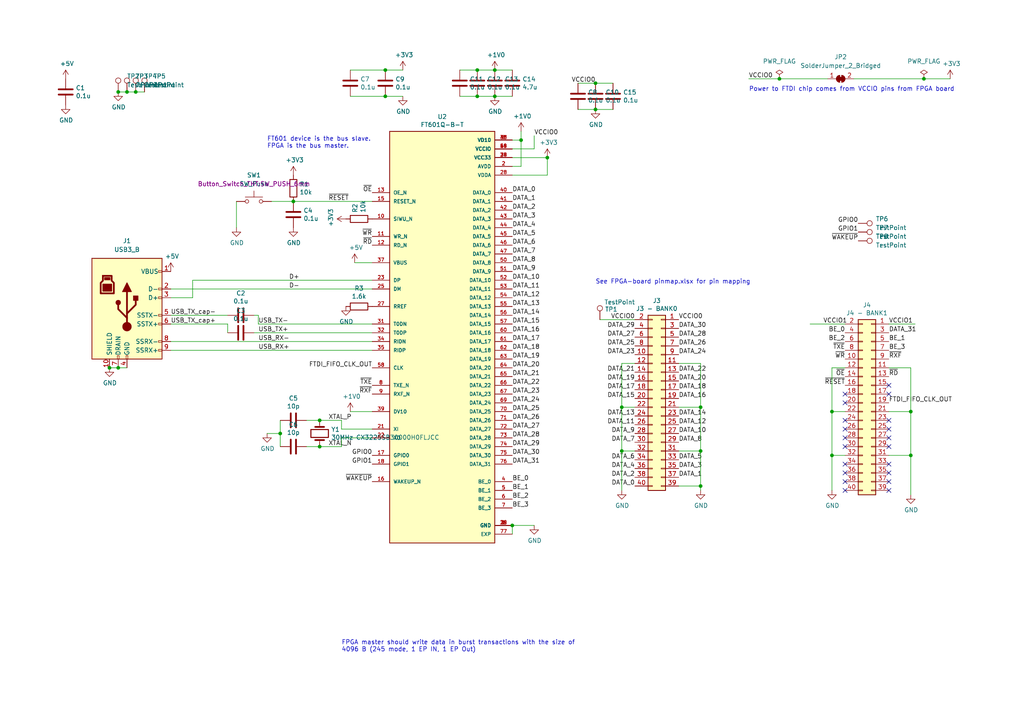
<source format=kicad_sch>
(kicad_sch (version 20211123) (generator eeschema)

  (uuid 2fda5a1a-dc90-4e5f-84ac-15b6f0c9d397)

  (paper "A4")

  (lib_symbols
    (symbol "Connector:TestPoint" (pin_numbers hide) (pin_names (offset 0.762) hide) (in_bom yes) (on_board yes)
      (property "Reference" "TP" (id 0) (at 0 6.858 0)
        (effects (font (size 1.27 1.27)))
      )
      (property "Value" "TestPoint" (id 1) (at 0 5.08 0)
        (effects (font (size 1.27 1.27)))
      )
      (property "Footprint" "" (id 2) (at 5.08 0 0)
        (effects (font (size 1.27 1.27)) hide)
      )
      (property "Datasheet" "~" (id 3) (at 5.08 0 0)
        (effects (font (size 1.27 1.27)) hide)
      )
      (property "ki_keywords" "test point tp" (id 4) (at 0 0 0)
        (effects (font (size 1.27 1.27)) hide)
      )
      (property "ki_description" "test point" (id 5) (at 0 0 0)
        (effects (font (size 1.27 1.27)) hide)
      )
      (property "ki_fp_filters" "Pin* Test*" (id 6) (at 0 0 0)
        (effects (font (size 1.27 1.27)) hide)
      )
      (symbol "TestPoint_0_1"
        (circle (center 0 3.302) (radius 0.762)
          (stroke (width 0) (type default) (color 0 0 0 0))
          (fill (type none))
        )
      )
      (symbol "TestPoint_1_1"
        (pin passive line (at 0 0 90) (length 2.54)
          (name "1" (effects (font (size 1.27 1.27))))
          (number "1" (effects (font (size 1.27 1.27))))
        )
      )
    )
    (symbol "Connector:USB3_B" (pin_names (offset 1.016)) (in_bom yes) (on_board yes)
      (property "Reference" "J" (id 0) (at -10.16 15.24 0)
        (effects (font (size 1.27 1.27)) (justify left))
      )
      (property "Value" "USB3_B" (id 1) (at 10.16 15.24 0)
        (effects (font (size 1.27 1.27)) (justify right))
      )
      (property "Footprint" "" (id 2) (at 3.81 2.54 0)
        (effects (font (size 1.27 1.27)) hide)
      )
      (property "Datasheet" "~" (id 3) (at 3.81 2.54 0)
        (effects (font (size 1.27 1.27)) hide)
      )
      (property "ki_keywords" "usb universal serial bus" (id 4) (at 0 0 0)
        (effects (font (size 1.27 1.27)) hide)
      )
      (property "ki_description" "USB 3.0 B connector" (id 5) (at 0 0 0)
        (effects (font (size 1.27 1.27)) hide)
      )
      (symbol "USB3_B_0_0"
        (rectangle (start -2.794 -15.24) (end -2.286 -14.224)
          (stroke (width 0) (type default) (color 0 0 0 0))
          (fill (type none))
        )
        (rectangle (start -0.254 -15.24) (end 0.254 -14.224)
          (stroke (width 0) (type default) (color 0 0 0 0))
          (fill (type none))
        )
        (rectangle (start 10.16 -12.446) (end 9.144 -12.954)
          (stroke (width 0) (type default) (color 0 0 0 0))
          (fill (type none))
        )
        (rectangle (start 10.16 -9.906) (end 9.144 -10.414)
          (stroke (width 0) (type default) (color 0 0 0 0))
          (fill (type none))
        )
        (rectangle (start 10.16 -4.826) (end 9.144 -5.334)
          (stroke (width 0) (type default) (color 0 0 0 0))
          (fill (type none))
        )
        (rectangle (start 10.16 -2.286) (end 9.144 -2.794)
          (stroke (width 0) (type default) (color 0 0 0 0))
          (fill (type none))
        )
        (rectangle (start 10.16 2.794) (end 9.144 2.286)
          (stroke (width 0) (type default) (color 0 0 0 0))
          (fill (type none))
        )
        (rectangle (start 10.16 5.334) (end 9.144 4.826)
          (stroke (width 0) (type default) (color 0 0 0 0))
          (fill (type none))
        )
        (rectangle (start 10.16 10.414) (end 9.144 9.906)
          (stroke (width 0) (type default) (color 0 0 0 0))
          (fill (type none))
        )
      )
      (symbol "USB3_B_0_1"
        (rectangle (start -10.16 13.97) (end 10.16 -15.24)
          (stroke (width 0.254) (type default) (color 0 0 0 0))
          (fill (type background))
        )
        (rectangle (start -6.477 8.382) (end -4.953 7.747)
          (stroke (width 0.254) (type default) (color 0 0 0 0))
          (fill (type outline))
        )
        (rectangle (start -4.445 4.445) (end -6.985 6.477)
          (stroke (width 0.254) (type default) (color 0 0 0 0))
          (fill (type outline))
        )
        (polyline
          (pts
            (xy -6.985 8.89)
            (xy -6.985 7.493)
            (xy -7.62 6.858)
            (xy -7.62 3.81)
            (xy -3.81 3.81)
            (xy -3.81 6.858)
            (xy -4.445 7.493)
            (xy -4.445 8.89)
            (xy -6.858 8.89)
            (xy -6.985 8.89)
          )
          (stroke (width 0.508) (type default) (color 0 0 0 0))
          (fill (type none))
        )
      )
      (symbol "USB3_B_1_1"
        (circle (center -2.54 1.143) (radius 0.635)
          (stroke (width 0.254) (type default) (color 0 0 0 0))
          (fill (type outline))
        )
        (circle (center 0 -5.842) (radius 1.27)
          (stroke (width 0) (type default) (color 0 0 0 0))
          (fill (type outline))
        )
        (polyline
          (pts
            (xy 0 -5.842)
            (xy 0 4.318)
          )
          (stroke (width 0.508) (type default) (color 0 0 0 0))
          (fill (type none))
        )
        (polyline
          (pts
            (xy 0 -3.302)
            (xy -2.54 -0.762)
            (xy -2.54 0.508)
          )
          (stroke (width 0.508) (type default) (color 0 0 0 0))
          (fill (type none))
        )
        (polyline
          (pts
            (xy 0 -2.032)
            (xy 2.54 0.508)
            (xy 2.54 1.778)
          )
          (stroke (width 0.508) (type default) (color 0 0 0 0))
          (fill (type none))
        )
        (polyline
          (pts
            (xy -1.27 4.318)
            (xy 0 6.858)
            (xy 1.27 4.318)
            (xy -1.27 4.318)
          )
          (stroke (width 0.254) (type default) (color 0 0 0 0))
          (fill (type outline))
        )
        (rectangle (start 1.905 1.778) (end 3.175 3.048)
          (stroke (width 0.254) (type default) (color 0 0 0 0))
          (fill (type outline))
        )
        (pin power_out line (at 12.7 10.16 180) (length 2.54)
          (name "VBUS" (effects (font (size 1.27 1.27))))
          (number "1" (effects (font (size 1.27 1.27))))
        )
        (pin passive line (at -5.08 -17.78 90) (length 2.54)
          (name "SHIELD" (effects (font (size 1.27 1.27))))
          (number "10" (effects (font (size 1.27 1.27))))
        )
        (pin bidirectional line (at 12.7 5.08 180) (length 2.54)
          (name "D-" (effects (font (size 1.27 1.27))))
          (number "2" (effects (font (size 1.27 1.27))))
        )
        (pin bidirectional line (at 12.7 2.54 180) (length 2.54)
          (name "D+" (effects (font (size 1.27 1.27))))
          (number "3" (effects (font (size 1.27 1.27))))
        )
        (pin power_out line (at 0 -17.78 90) (length 2.54)
          (name "GND" (effects (font (size 1.27 1.27))))
          (number "4" (effects (font (size 1.27 1.27))))
        )
        (pin output line (at 12.7 -2.54 180) (length 2.54)
          (name "SSTX-" (effects (font (size 1.27 1.27))))
          (number "5" (effects (font (size 1.27 1.27))))
        )
        (pin output line (at 12.7 -5.08 180) (length 2.54)
          (name "SSTX+" (effects (font (size 1.27 1.27))))
          (number "6" (effects (font (size 1.27 1.27))))
        )
        (pin passive line (at -2.54 -17.78 90) (length 2.54)
          (name "DRAIN" (effects (font (size 1.27 1.27))))
          (number "7" (effects (font (size 1.27 1.27))))
        )
        (pin input line (at 12.7 -10.16 180) (length 2.54)
          (name "SSRX-" (effects (font (size 1.27 1.27))))
          (number "8" (effects (font (size 1.27 1.27))))
        )
        (pin input line (at 12.7 -12.7 180) (length 2.54)
          (name "SSRX+" (effects (font (size 1.27 1.27))))
          (number "9" (effects (font (size 1.27 1.27))))
        )
      )
    )
    (symbol "Connector_Generic:Conn_02x20_Odd_Even" (pin_names (offset 1.016) hide) (in_bom yes) (on_board yes)
      (property "Reference" "J" (id 0) (at 1.27 25.4 0)
        (effects (font (size 1.27 1.27)))
      )
      (property "Value" "Conn_02x20_Odd_Even" (id 1) (at 1.27 -27.94 0)
        (effects (font (size 1.27 1.27)))
      )
      (property "Footprint" "" (id 2) (at 0 0 0)
        (effects (font (size 1.27 1.27)) hide)
      )
      (property "Datasheet" "~" (id 3) (at 0 0 0)
        (effects (font (size 1.27 1.27)) hide)
      )
      (property "ki_keywords" "connector" (id 4) (at 0 0 0)
        (effects (font (size 1.27 1.27)) hide)
      )
      (property "ki_description" "Generic connector, double row, 02x20, odd/even pin numbering scheme (row 1 odd numbers, row 2 even numbers), script generated (kicad-library-utils/schlib/autogen/connector/)" (id 5) (at 0 0 0)
        (effects (font (size 1.27 1.27)) hide)
      )
      (property "ki_fp_filters" "Connector*:*_2x??_*" (id 6) (at 0 0 0)
        (effects (font (size 1.27 1.27)) hide)
      )
      (symbol "Conn_02x20_Odd_Even_1_1"
        (rectangle (start -1.27 -25.273) (end 0 -25.527)
          (stroke (width 0.1524) (type default) (color 0 0 0 0))
          (fill (type none))
        )
        (rectangle (start -1.27 -22.733) (end 0 -22.987)
          (stroke (width 0.1524) (type default) (color 0 0 0 0))
          (fill (type none))
        )
        (rectangle (start -1.27 -20.193) (end 0 -20.447)
          (stroke (width 0.1524) (type default) (color 0 0 0 0))
          (fill (type none))
        )
        (rectangle (start -1.27 -17.653) (end 0 -17.907)
          (stroke (width 0.1524) (type default) (color 0 0 0 0))
          (fill (type none))
        )
        (rectangle (start -1.27 -15.113) (end 0 -15.367)
          (stroke (width 0.1524) (type default) (color 0 0 0 0))
          (fill (type none))
        )
        (rectangle (start -1.27 -12.573) (end 0 -12.827)
          (stroke (width 0.1524) (type default) (color 0 0 0 0))
          (fill (type none))
        )
        (rectangle (start -1.27 -10.033) (end 0 -10.287)
          (stroke (width 0.1524) (type default) (color 0 0 0 0))
          (fill (type none))
        )
        (rectangle (start -1.27 -7.493) (end 0 -7.747)
          (stroke (width 0.1524) (type default) (color 0 0 0 0))
          (fill (type none))
        )
        (rectangle (start -1.27 -4.953) (end 0 -5.207)
          (stroke (width 0.1524) (type default) (color 0 0 0 0))
          (fill (type none))
        )
        (rectangle (start -1.27 -2.413) (end 0 -2.667)
          (stroke (width 0.1524) (type default) (color 0 0 0 0))
          (fill (type none))
        )
        (rectangle (start -1.27 0.127) (end 0 -0.127)
          (stroke (width 0.1524) (type default) (color 0 0 0 0))
          (fill (type none))
        )
        (rectangle (start -1.27 2.667) (end 0 2.413)
          (stroke (width 0.1524) (type default) (color 0 0 0 0))
          (fill (type none))
        )
        (rectangle (start -1.27 5.207) (end 0 4.953)
          (stroke (width 0.1524) (type default) (color 0 0 0 0))
          (fill (type none))
        )
        (rectangle (start -1.27 7.747) (end 0 7.493)
          (stroke (width 0.1524) (type default) (color 0 0 0 0))
          (fill (type none))
        )
        (rectangle (start -1.27 10.287) (end 0 10.033)
          (stroke (width 0.1524) (type default) (color 0 0 0 0))
          (fill (type none))
        )
        (rectangle (start -1.27 12.827) (end 0 12.573)
          (stroke (width 0.1524) (type default) (color 0 0 0 0))
          (fill (type none))
        )
        (rectangle (start -1.27 15.367) (end 0 15.113)
          (stroke (width 0.1524) (type default) (color 0 0 0 0))
          (fill (type none))
        )
        (rectangle (start -1.27 17.907) (end 0 17.653)
          (stroke (width 0.1524) (type default) (color 0 0 0 0))
          (fill (type none))
        )
        (rectangle (start -1.27 20.447) (end 0 20.193)
          (stroke (width 0.1524) (type default) (color 0 0 0 0))
          (fill (type none))
        )
        (rectangle (start -1.27 22.987) (end 0 22.733)
          (stroke (width 0.1524) (type default) (color 0 0 0 0))
          (fill (type none))
        )
        (rectangle (start -1.27 24.13) (end 3.81 -26.67)
          (stroke (width 0.254) (type default) (color 0 0 0 0))
          (fill (type background))
        )
        (rectangle (start 3.81 -25.273) (end 2.54 -25.527)
          (stroke (width 0.1524) (type default) (color 0 0 0 0))
          (fill (type none))
        )
        (rectangle (start 3.81 -22.733) (end 2.54 -22.987)
          (stroke (width 0.1524) (type default) (color 0 0 0 0))
          (fill (type none))
        )
        (rectangle (start 3.81 -20.193) (end 2.54 -20.447)
          (stroke (width 0.1524) (type default) (color 0 0 0 0))
          (fill (type none))
        )
        (rectangle (start 3.81 -17.653) (end 2.54 -17.907)
          (stroke (width 0.1524) (type default) (color 0 0 0 0))
          (fill (type none))
        )
        (rectangle (start 3.81 -15.113) (end 2.54 -15.367)
          (stroke (width 0.1524) (type default) (color 0 0 0 0))
          (fill (type none))
        )
        (rectangle (start 3.81 -12.573) (end 2.54 -12.827)
          (stroke (width 0.1524) (type default) (color 0 0 0 0))
          (fill (type none))
        )
        (rectangle (start 3.81 -10.033) (end 2.54 -10.287)
          (stroke (width 0.1524) (type default) (color 0 0 0 0))
          (fill (type none))
        )
        (rectangle (start 3.81 -7.493) (end 2.54 -7.747)
          (stroke (width 0.1524) (type default) (color 0 0 0 0))
          (fill (type none))
        )
        (rectangle (start 3.81 -4.953) (end 2.54 -5.207)
          (stroke (width 0.1524) (type default) (color 0 0 0 0))
          (fill (type none))
        )
        (rectangle (start 3.81 -2.413) (end 2.54 -2.667)
          (stroke (width 0.1524) (type default) (color 0 0 0 0))
          (fill (type none))
        )
        (rectangle (start 3.81 0.127) (end 2.54 -0.127)
          (stroke (width 0.1524) (type default) (color 0 0 0 0))
          (fill (type none))
        )
        (rectangle (start 3.81 2.667) (end 2.54 2.413)
          (stroke (width 0.1524) (type default) (color 0 0 0 0))
          (fill (type none))
        )
        (rectangle (start 3.81 5.207) (end 2.54 4.953)
          (stroke (width 0.1524) (type default) (color 0 0 0 0))
          (fill (type none))
        )
        (rectangle (start 3.81 7.747) (end 2.54 7.493)
          (stroke (width 0.1524) (type default) (color 0 0 0 0))
          (fill (type none))
        )
        (rectangle (start 3.81 10.287) (end 2.54 10.033)
          (stroke (width 0.1524) (type default) (color 0 0 0 0))
          (fill (type none))
        )
        (rectangle (start 3.81 12.827) (end 2.54 12.573)
          (stroke (width 0.1524) (type default) (color 0 0 0 0))
          (fill (type none))
        )
        (rectangle (start 3.81 15.367) (end 2.54 15.113)
          (stroke (width 0.1524) (type default) (color 0 0 0 0))
          (fill (type none))
        )
        (rectangle (start 3.81 17.907) (end 2.54 17.653)
          (stroke (width 0.1524) (type default) (color 0 0 0 0))
          (fill (type none))
        )
        (rectangle (start 3.81 20.447) (end 2.54 20.193)
          (stroke (width 0.1524) (type default) (color 0 0 0 0))
          (fill (type none))
        )
        (rectangle (start 3.81 22.987) (end 2.54 22.733)
          (stroke (width 0.1524) (type default) (color 0 0 0 0))
          (fill (type none))
        )
        (pin passive line (at -5.08 22.86 0) (length 3.81)
          (name "Pin_1" (effects (font (size 1.27 1.27))))
          (number "1" (effects (font (size 1.27 1.27))))
        )
        (pin passive line (at 7.62 12.7 180) (length 3.81)
          (name "Pin_10" (effects (font (size 1.27 1.27))))
          (number "10" (effects (font (size 1.27 1.27))))
        )
        (pin passive line (at -5.08 10.16 0) (length 3.81)
          (name "Pin_11" (effects (font (size 1.27 1.27))))
          (number "11" (effects (font (size 1.27 1.27))))
        )
        (pin passive line (at 7.62 10.16 180) (length 3.81)
          (name "Pin_12" (effects (font (size 1.27 1.27))))
          (number "12" (effects (font (size 1.27 1.27))))
        )
        (pin passive line (at -5.08 7.62 0) (length 3.81)
          (name "Pin_13" (effects (font (size 1.27 1.27))))
          (number "13" (effects (font (size 1.27 1.27))))
        )
        (pin passive line (at 7.62 7.62 180) (length 3.81)
          (name "Pin_14" (effects (font (size 1.27 1.27))))
          (number "14" (effects (font (size 1.27 1.27))))
        )
        (pin passive line (at -5.08 5.08 0) (length 3.81)
          (name "Pin_15" (effects (font (size 1.27 1.27))))
          (number "15" (effects (font (size 1.27 1.27))))
        )
        (pin passive line (at 7.62 5.08 180) (length 3.81)
          (name "Pin_16" (effects (font (size 1.27 1.27))))
          (number "16" (effects (font (size 1.27 1.27))))
        )
        (pin passive line (at -5.08 2.54 0) (length 3.81)
          (name "Pin_17" (effects (font (size 1.27 1.27))))
          (number "17" (effects (font (size 1.27 1.27))))
        )
        (pin passive line (at 7.62 2.54 180) (length 3.81)
          (name "Pin_18" (effects (font (size 1.27 1.27))))
          (number "18" (effects (font (size 1.27 1.27))))
        )
        (pin passive line (at -5.08 0 0) (length 3.81)
          (name "Pin_19" (effects (font (size 1.27 1.27))))
          (number "19" (effects (font (size 1.27 1.27))))
        )
        (pin passive line (at 7.62 22.86 180) (length 3.81)
          (name "Pin_2" (effects (font (size 1.27 1.27))))
          (number "2" (effects (font (size 1.27 1.27))))
        )
        (pin passive line (at 7.62 0 180) (length 3.81)
          (name "Pin_20" (effects (font (size 1.27 1.27))))
          (number "20" (effects (font (size 1.27 1.27))))
        )
        (pin passive line (at -5.08 -2.54 0) (length 3.81)
          (name "Pin_21" (effects (font (size 1.27 1.27))))
          (number "21" (effects (font (size 1.27 1.27))))
        )
        (pin passive line (at 7.62 -2.54 180) (length 3.81)
          (name "Pin_22" (effects (font (size 1.27 1.27))))
          (number "22" (effects (font (size 1.27 1.27))))
        )
        (pin passive line (at -5.08 -5.08 0) (length 3.81)
          (name "Pin_23" (effects (font (size 1.27 1.27))))
          (number "23" (effects (font (size 1.27 1.27))))
        )
        (pin passive line (at 7.62 -5.08 180) (length 3.81)
          (name "Pin_24" (effects (font (size 1.27 1.27))))
          (number "24" (effects (font (size 1.27 1.27))))
        )
        (pin passive line (at -5.08 -7.62 0) (length 3.81)
          (name "Pin_25" (effects (font (size 1.27 1.27))))
          (number "25" (effects (font (size 1.27 1.27))))
        )
        (pin passive line (at 7.62 -7.62 180) (length 3.81)
          (name "Pin_26" (effects (font (size 1.27 1.27))))
          (number "26" (effects (font (size 1.27 1.27))))
        )
        (pin passive line (at -5.08 -10.16 0) (length 3.81)
          (name "Pin_27" (effects (font (size 1.27 1.27))))
          (number "27" (effects (font (size 1.27 1.27))))
        )
        (pin passive line (at 7.62 -10.16 180) (length 3.81)
          (name "Pin_28" (effects (font (size 1.27 1.27))))
          (number "28" (effects (font (size 1.27 1.27))))
        )
        (pin passive line (at -5.08 -12.7 0) (length 3.81)
          (name "Pin_29" (effects (font (size 1.27 1.27))))
          (number "29" (effects (font (size 1.27 1.27))))
        )
        (pin passive line (at -5.08 20.32 0) (length 3.81)
          (name "Pin_3" (effects (font (size 1.27 1.27))))
          (number "3" (effects (font (size 1.27 1.27))))
        )
        (pin passive line (at 7.62 -12.7 180) (length 3.81)
          (name "Pin_30" (effects (font (size 1.27 1.27))))
          (number "30" (effects (font (size 1.27 1.27))))
        )
        (pin passive line (at -5.08 -15.24 0) (length 3.81)
          (name "Pin_31" (effects (font (size 1.27 1.27))))
          (number "31" (effects (font (size 1.27 1.27))))
        )
        (pin passive line (at 7.62 -15.24 180) (length 3.81)
          (name "Pin_32" (effects (font (size 1.27 1.27))))
          (number "32" (effects (font (size 1.27 1.27))))
        )
        (pin passive line (at -5.08 -17.78 0) (length 3.81)
          (name "Pin_33" (effects (font (size 1.27 1.27))))
          (number "33" (effects (font (size 1.27 1.27))))
        )
        (pin passive line (at 7.62 -17.78 180) (length 3.81)
          (name "Pin_34" (effects (font (size 1.27 1.27))))
          (number "34" (effects (font (size 1.27 1.27))))
        )
        (pin passive line (at -5.08 -20.32 0) (length 3.81)
          (name "Pin_35" (effects (font (size 1.27 1.27))))
          (number "35" (effects (font (size 1.27 1.27))))
        )
        (pin passive line (at 7.62 -20.32 180) (length 3.81)
          (name "Pin_36" (effects (font (size 1.27 1.27))))
          (number "36" (effects (font (size 1.27 1.27))))
        )
        (pin passive line (at -5.08 -22.86 0) (length 3.81)
          (name "Pin_37" (effects (font (size 1.27 1.27))))
          (number "37" (effects (font (size 1.27 1.27))))
        )
        (pin passive line (at 7.62 -22.86 180) (length 3.81)
          (name "Pin_38" (effects (font (size 1.27 1.27))))
          (number "38" (effects (font (size 1.27 1.27))))
        )
        (pin passive line (at -5.08 -25.4 0) (length 3.81)
          (name "Pin_39" (effects (font (size 1.27 1.27))))
          (number "39" (effects (font (size 1.27 1.27))))
        )
        (pin passive line (at 7.62 20.32 180) (length 3.81)
          (name "Pin_4" (effects (font (size 1.27 1.27))))
          (number "4" (effects (font (size 1.27 1.27))))
        )
        (pin passive line (at 7.62 -25.4 180) (length 3.81)
          (name "Pin_40" (effects (font (size 1.27 1.27))))
          (number "40" (effects (font (size 1.27 1.27))))
        )
        (pin passive line (at -5.08 17.78 0) (length 3.81)
          (name "Pin_5" (effects (font (size 1.27 1.27))))
          (number "5" (effects (font (size 1.27 1.27))))
        )
        (pin passive line (at 7.62 17.78 180) (length 3.81)
          (name "Pin_6" (effects (font (size 1.27 1.27))))
          (number "6" (effects (font (size 1.27 1.27))))
        )
        (pin passive line (at -5.08 15.24 0) (length 3.81)
          (name "Pin_7" (effects (font (size 1.27 1.27))))
          (number "7" (effects (font (size 1.27 1.27))))
        )
        (pin passive line (at 7.62 15.24 180) (length 3.81)
          (name "Pin_8" (effects (font (size 1.27 1.27))))
          (number "8" (effects (font (size 1.27 1.27))))
        )
        (pin passive line (at -5.08 12.7 0) (length 3.81)
          (name "Pin_9" (effects (font (size 1.27 1.27))))
          (number "9" (effects (font (size 1.27 1.27))))
        )
      )
    )
    (symbol "Device:C" (pin_numbers hide) (pin_names (offset 0.254)) (in_bom yes) (on_board yes)
      (property "Reference" "C" (id 0) (at 0.635 2.54 0)
        (effects (font (size 1.27 1.27)) (justify left))
      )
      (property "Value" "C" (id 1) (at 0.635 -2.54 0)
        (effects (font (size 1.27 1.27)) (justify left))
      )
      (property "Footprint" "" (id 2) (at 0.9652 -3.81 0)
        (effects (font (size 1.27 1.27)) hide)
      )
      (property "Datasheet" "~" (id 3) (at 0 0 0)
        (effects (font (size 1.27 1.27)) hide)
      )
      (property "ki_keywords" "cap capacitor" (id 4) (at 0 0 0)
        (effects (font (size 1.27 1.27)) hide)
      )
      (property "ki_description" "Unpolarized capacitor" (id 5) (at 0 0 0)
        (effects (font (size 1.27 1.27)) hide)
      )
      (property "ki_fp_filters" "C_*" (id 6) (at 0 0 0)
        (effects (font (size 1.27 1.27)) hide)
      )
      (symbol "C_0_1"
        (polyline
          (pts
            (xy -2.032 -0.762)
            (xy 2.032 -0.762)
          )
          (stroke (width 0.508) (type default) (color 0 0 0 0))
          (fill (type none))
        )
        (polyline
          (pts
            (xy -2.032 0.762)
            (xy 2.032 0.762)
          )
          (stroke (width 0.508) (type default) (color 0 0 0 0))
          (fill (type none))
        )
      )
      (symbol "C_1_1"
        (pin passive line (at 0 3.81 270) (length 2.794)
          (name "~" (effects (font (size 1.27 1.27))))
          (number "1" (effects (font (size 1.27 1.27))))
        )
        (pin passive line (at 0 -3.81 90) (length 2.794)
          (name "~" (effects (font (size 1.27 1.27))))
          (number "2" (effects (font (size 1.27 1.27))))
        )
      )
    )
    (symbol "Device:Crystal" (pin_numbers hide) (pin_names (offset 1.016) hide) (in_bom yes) (on_board yes)
      (property "Reference" "Y" (id 0) (at 0 3.81 0)
        (effects (font (size 1.27 1.27)))
      )
      (property "Value" "Crystal" (id 1) (at 0 -3.81 0)
        (effects (font (size 1.27 1.27)))
      )
      (property "Footprint" "" (id 2) (at 0 0 0)
        (effects (font (size 1.27 1.27)) hide)
      )
      (property "Datasheet" "~" (id 3) (at 0 0 0)
        (effects (font (size 1.27 1.27)) hide)
      )
      (property "ki_keywords" "quartz ceramic resonator oscillator" (id 4) (at 0 0 0)
        (effects (font (size 1.27 1.27)) hide)
      )
      (property "ki_description" "Two pin crystal" (id 5) (at 0 0 0)
        (effects (font (size 1.27 1.27)) hide)
      )
      (property "ki_fp_filters" "Crystal*" (id 6) (at 0 0 0)
        (effects (font (size 1.27 1.27)) hide)
      )
      (symbol "Crystal_0_1"
        (rectangle (start -1.143 2.54) (end 1.143 -2.54)
          (stroke (width 0.3048) (type default) (color 0 0 0 0))
          (fill (type none))
        )
        (polyline
          (pts
            (xy -2.54 0)
            (xy -1.905 0)
          )
          (stroke (width 0) (type default) (color 0 0 0 0))
          (fill (type none))
        )
        (polyline
          (pts
            (xy -1.905 -1.27)
            (xy -1.905 1.27)
          )
          (stroke (width 0.508) (type default) (color 0 0 0 0))
          (fill (type none))
        )
        (polyline
          (pts
            (xy 1.905 -1.27)
            (xy 1.905 1.27)
          )
          (stroke (width 0.508) (type default) (color 0 0 0 0))
          (fill (type none))
        )
        (polyline
          (pts
            (xy 2.54 0)
            (xy 1.905 0)
          )
          (stroke (width 0) (type default) (color 0 0 0 0))
          (fill (type none))
        )
      )
      (symbol "Crystal_1_1"
        (pin passive line (at -3.81 0 0) (length 1.27)
          (name "1" (effects (font (size 1.27 1.27))))
          (number "1" (effects (font (size 1.27 1.27))))
        )
        (pin passive line (at 3.81 0 180) (length 1.27)
          (name "2" (effects (font (size 1.27 1.27))))
          (number "2" (effects (font (size 1.27 1.27))))
        )
      )
    )
    (symbol "Device:R" (pin_numbers hide) (pin_names (offset 0)) (in_bom yes) (on_board yes)
      (property "Reference" "R" (id 0) (at 2.032 0 90)
        (effects (font (size 1.27 1.27)))
      )
      (property "Value" "R" (id 1) (at 0 0 90)
        (effects (font (size 1.27 1.27)))
      )
      (property "Footprint" "" (id 2) (at -1.778 0 90)
        (effects (font (size 1.27 1.27)) hide)
      )
      (property "Datasheet" "~" (id 3) (at 0 0 0)
        (effects (font (size 1.27 1.27)) hide)
      )
      (property "ki_keywords" "R res resistor" (id 4) (at 0 0 0)
        (effects (font (size 1.27 1.27)) hide)
      )
      (property "ki_description" "Resistor" (id 5) (at 0 0 0)
        (effects (font (size 1.27 1.27)) hide)
      )
      (property "ki_fp_filters" "R_*" (id 6) (at 0 0 0)
        (effects (font (size 1.27 1.27)) hide)
      )
      (symbol "R_0_1"
        (rectangle (start -1.016 -2.54) (end 1.016 2.54)
          (stroke (width 0.254) (type default) (color 0 0 0 0))
          (fill (type none))
        )
      )
      (symbol "R_1_1"
        (pin passive line (at 0 3.81 270) (length 1.27)
          (name "~" (effects (font (size 1.27 1.27))))
          (number "1" (effects (font (size 1.27 1.27))))
        )
        (pin passive line (at 0 -3.81 90) (length 1.27)
          (name "~" (effects (font (size 1.27 1.27))))
          (number "2" (effects (font (size 1.27 1.27))))
        )
      )
    )
    (symbol "FT601Q-B-T:FT601Q-B-T" (pin_names (offset 1.016)) (in_bom yes) (on_board yes)
      (property "Reference" "U" (id 0) (at -15.24 60.9854 0)
        (effects (font (size 1.27 1.27)) (justify left bottom))
      )
      (property "Value" "FT601Q-B-T" (id 1) (at -15.2654 -61.0362 0)
        (effects (font (size 1.27 1.27)) (justify left bottom))
      )
      (property "Footprint" "QFN40P900X900X100-77N" (id 2) (at 0 0 0)
        (effects (font (size 1.27 1.27)) (justify left bottom) hide)
      )
      (property "Datasheet" "" (id 3) (at 0 0 0)
        (effects (font (size 1.27 1.27)) (justify left bottom) hide)
      )
      (property "SNAPEDA_PACKAGE_ID" "11921" (id 4) (at 0 0 0)
        (effects (font (size 1.27 1.27)) (justify left bottom) hide)
      )
      (property "STANDARD" "IPC7351B" (id 5) (at 0 0 0)
        (effects (font (size 1.27 1.27)) (justify left bottom) hide)
      )
      (property "PARTREV" "1.05" (id 6) (at 0 0 0)
        (effects (font (size 1.27 1.27)) (justify left bottom) hide)
      )
      (property "MANUFACTURER" "FTDI Chip" (id 7) (at 0 0 0)
        (effects (font (size 1.27 1.27)) (justify left bottom) hide)
      )
      (property "ki_locked" "" (id 8) (at 0 0 0)
        (effects (font (size 1.27 1.27)))
      )
      (symbol "FT601Q-B-T_0_0"
        (rectangle (start -15.24 -58.42) (end 15.24 60.96)
          (stroke (width 0.254) (type default) (color 0 0 0 0))
          (fill (type background))
        )
        (pin power_in line (at 20.32 -53.34 180) (length 5.08)
          (name "GND" (effects (font (size 1.016 1.016))))
          (number "1" (effects (font (size 1.016 1.016))))
        )
        (pin input line (at -20.32 35.56 0) (length 5.08)
          (name "SIWU_N" (effects (font (size 1.016 1.016))))
          (number "10" (effects (font (size 1.016 1.016))))
        )
        (pin input line (at -20.32 30.48 0) (length 5.08)
          (name "WR_N" (effects (font (size 1.016 1.016))))
          (number "11" (effects (font (size 1.016 1.016))))
        )
        (pin input line (at -20.32 27.94 0) (length 5.08)
          (name "RD_N" (effects (font (size 1.016 1.016))))
          (number "12" (effects (font (size 1.016 1.016))))
        )
        (pin input line (at -20.32 43.18 0) (length 5.08)
          (name "OE_N" (effects (font (size 1.016 1.016))))
          (number "13" (effects (font (size 1.016 1.016))))
        )
        (pin power_in line (at 20.32 55.88 180) (length 5.08)
          (name "VCCIO" (effects (font (size 1.016 1.016))))
          (number "14" (effects (font (size 1.016 1.016))))
        )
        (pin input line (at -20.32 40.64 0) (length 5.08)
          (name "RESET_N" (effects (font (size 1.016 1.016))))
          (number "15" (effects (font (size 1.016 1.016))))
        )
        (pin bidirectional line (at -20.32 -40.64 0) (length 5.08)
          (name "WAKEUP_N" (effects (font (size 1.016 1.016))))
          (number "16" (effects (font (size 1.016 1.016))))
        )
        (pin bidirectional line (at -20.32 -33.02 0) (length 5.08)
          (name "GPIO0" (effects (font (size 1.016 1.016))))
          (number "17" (effects (font (size 1.016 1.016))))
        )
        (pin bidirectional line (at -20.32 -35.56 0) (length 5.08)
          (name "GPIO1" (effects (font (size 1.016 1.016))))
          (number "18" (effects (font (size 1.016 1.016))))
        )
        (pin power_in line (at 20.32 50.8 180) (length 5.08)
          (name "AVDD" (effects (font (size 1.016 1.016))))
          (number "2" (effects (font (size 1.016 1.016))))
        )
        (pin power_in line (at 20.32 53.34 180) (length 5.08)
          (name "VCC33" (effects (font (size 1.016 1.016))))
          (number "20" (effects (font (size 1.016 1.016))))
        )
        (pin input line (at -20.32 -25.4 0) (length 5.08)
          (name "XI" (effects (font (size 1.016 1.016))))
          (number "21" (effects (font (size 1.016 1.016))))
        )
        (pin output line (at -20.32 -27.94 0) (length 5.08)
          (name "XO" (effects (font (size 1.016 1.016))))
          (number "22" (effects (font (size 1.016 1.016))))
        )
        (pin bidirectional line (at -20.32 17.78 0) (length 5.08)
          (name "DP" (effects (font (size 1.016 1.016))))
          (number "23" (effects (font (size 1.016 1.016))))
        )
        (pin power_in line (at 20.32 53.34 180) (length 5.08)
          (name "VCC33" (effects (font (size 1.016 1.016))))
          (number "24" (effects (font (size 1.016 1.016))))
        )
        (pin bidirectional line (at -20.32 15.24 0) (length 5.08)
          (name "DM" (effects (font (size 1.016 1.016))))
          (number "25" (effects (font (size 1.016 1.016))))
        )
        (pin power_in line (at 20.32 -53.34 180) (length 5.08)
          (name "GND" (effects (font (size 1.016 1.016))))
          (number "26" (effects (font (size 1.016 1.016))))
        )
        (pin input line (at -20.32 10.16 0) (length 5.08)
          (name "RREF" (effects (font (size 1.016 1.016))))
          (number "27" (effects (font (size 1.016 1.016))))
        )
        (pin power_in line (at 20.32 48.26 180) (length 5.08)
          (name "VDDA" (effects (font (size 1.016 1.016))))
          (number "28" (effects (font (size 1.016 1.016))))
        )
        (pin power_in line (at 20.32 -53.34 180) (length 5.08)
          (name "GND" (effects (font (size 1.016 1.016))))
          (number "29" (effects (font (size 1.016 1.016))))
        )
        (pin power_in line (at 20.32 58.42 180) (length 5.08)
          (name "VD10" (effects (font (size 1.016 1.016))))
          (number "3" (effects (font (size 1.016 1.016))))
        )
        (pin power_in line (at 20.32 58.42 180) (length 5.08)
          (name "VD10" (effects (font (size 1.016 1.016))))
          (number "30" (effects (font (size 1.016 1.016))))
        )
        (pin input line (at -20.32 5.08 0) (length 5.08)
          (name "T0DN" (effects (font (size 1.016 1.016))))
          (number "31" (effects (font (size 1.016 1.016))))
        )
        (pin input line (at -20.32 2.54 0) (length 5.08)
          (name "T0DP" (effects (font (size 1.016 1.016))))
          (number "32" (effects (font (size 1.016 1.016))))
        )
        (pin power_in line (at 20.32 58.42 180) (length 5.08)
          (name "VD10" (effects (font (size 1.016 1.016))))
          (number "33" (effects (font (size 1.016 1.016))))
        )
        (pin output line (at -20.32 0 0) (length 5.08)
          (name "RIDN" (effects (font (size 1.016 1.016))))
          (number "34" (effects (font (size 1.016 1.016))))
        )
        (pin output line (at -20.32 -2.54 0) (length 5.08)
          (name "RIDP" (effects (font (size 1.016 1.016))))
          (number "35" (effects (font (size 1.016 1.016))))
        )
        (pin power_in line (at 20.32 -53.34 180) (length 5.08)
          (name "GND" (effects (font (size 1.016 1.016))))
          (number "36" (effects (font (size 1.016 1.016))))
        )
        (pin input line (at -20.32 22.86 0) (length 5.08)
          (name "VBUS" (effects (font (size 1.016 1.016))))
          (number "37" (effects (font (size 1.016 1.016))))
        )
        (pin power_in line (at 20.32 53.34 180) (length 5.08)
          (name "VCC33" (effects (font (size 1.016 1.016))))
          (number "38" (effects (font (size 1.016 1.016))))
        )
        (pin power_out line (at -20.32 -20.32 0) (length 5.08)
          (name "DV10" (effects (font (size 1.016 1.016))))
          (number "39" (effects (font (size 1.016 1.016))))
        )
        (pin bidirectional line (at 20.32 -40.64 180) (length 5.08)
          (name "BE_0" (effects (font (size 1.016 1.016))))
          (number "4" (effects (font (size 1.016 1.016))))
        )
        (pin bidirectional line (at 20.32 43.18 180) (length 5.08)
          (name "DATA_0" (effects (font (size 1.016 1.016))))
          (number "40" (effects (font (size 1.016 1.016))))
        )
        (pin bidirectional line (at 20.32 40.64 180) (length 5.08)
          (name "DATA_1" (effects (font (size 1.016 1.016))))
          (number "41" (effects (font (size 1.016 1.016))))
        )
        (pin bidirectional line (at 20.32 38.1 180) (length 5.08)
          (name "DATA_2" (effects (font (size 1.016 1.016))))
          (number "42" (effects (font (size 1.016 1.016))))
        )
        (pin bidirectional line (at 20.32 35.56 180) (length 5.08)
          (name "DATA_3" (effects (font (size 1.016 1.016))))
          (number "43" (effects (font (size 1.016 1.016))))
        )
        (pin bidirectional line (at 20.32 33.02 180) (length 5.08)
          (name "DATA_4" (effects (font (size 1.016 1.016))))
          (number "44" (effects (font (size 1.016 1.016))))
        )
        (pin bidirectional line (at 20.32 30.48 180) (length 5.08)
          (name "DATA_5" (effects (font (size 1.016 1.016))))
          (number "45" (effects (font (size 1.016 1.016))))
        )
        (pin bidirectional line (at 20.32 27.94 180) (length 5.08)
          (name "DATA_6" (effects (font (size 1.016 1.016))))
          (number "46" (effects (font (size 1.016 1.016))))
        )
        (pin bidirectional line (at 20.32 25.4 180) (length 5.08)
          (name "DATA_7" (effects (font (size 1.016 1.016))))
          (number "47" (effects (font (size 1.016 1.016))))
        )
        (pin power_in line (at 20.32 58.42 180) (length 5.08)
          (name "VD10" (effects (font (size 1.016 1.016))))
          (number "48" (effects (font (size 1.016 1.016))))
        )
        (pin power_in line (at 20.32 55.88 180) (length 5.08)
          (name "VCCIO" (effects (font (size 1.016 1.016))))
          (number "49" (effects (font (size 1.016 1.016))))
        )
        (pin bidirectional line (at 20.32 -43.18 180) (length 5.08)
          (name "BE_1" (effects (font (size 1.016 1.016))))
          (number "5" (effects (font (size 1.016 1.016))))
        )
        (pin bidirectional line (at 20.32 22.86 180) (length 5.08)
          (name "DATA_8" (effects (font (size 1.016 1.016))))
          (number "50" (effects (font (size 1.016 1.016))))
        )
        (pin bidirectional line (at 20.32 20.32 180) (length 5.08)
          (name "DATA_9" (effects (font (size 1.016 1.016))))
          (number "51" (effects (font (size 1.016 1.016))))
        )
        (pin bidirectional line (at 20.32 17.78 180) (length 5.08)
          (name "DATA_10" (effects (font (size 1.016 1.016))))
          (number "52" (effects (font (size 1.016 1.016))))
        )
        (pin bidirectional line (at 20.32 15.24 180) (length 5.08)
          (name "DATA_11" (effects (font (size 1.016 1.016))))
          (number "53" (effects (font (size 1.016 1.016))))
        )
        (pin bidirectional line (at 20.32 12.7 180) (length 5.08)
          (name "DATA_12" (effects (font (size 1.016 1.016))))
          (number "54" (effects (font (size 1.016 1.016))))
        )
        (pin bidirectional line (at 20.32 10.16 180) (length 5.08)
          (name "DATA_13" (effects (font (size 1.016 1.016))))
          (number "55" (effects (font (size 1.016 1.016))))
        )
        (pin bidirectional line (at 20.32 7.62 180) (length 5.08)
          (name "DATA_14" (effects (font (size 1.016 1.016))))
          (number "56" (effects (font (size 1.016 1.016))))
        )
        (pin bidirectional line (at 20.32 5.08 180) (length 5.08)
          (name "DATA_15" (effects (font (size 1.016 1.016))))
          (number "57" (effects (font (size 1.016 1.016))))
        )
        (pin output line (at -20.32 -7.62 0) (length 5.08)
          (name "CLK" (effects (font (size 1.016 1.016))))
          (number "58" (effects (font (size 1.016 1.016))))
        )
        (pin power_in line (at 20.32 55.88 180) (length 5.08)
          (name "VCCIO" (effects (font (size 1.016 1.016))))
          (number "59" (effects (font (size 1.016 1.016))))
        )
        (pin bidirectional line (at 20.32 -45.72 180) (length 5.08)
          (name "BE_2" (effects (font (size 1.016 1.016))))
          (number "6" (effects (font (size 1.016 1.016))))
        )
        (pin bidirectional line (at 20.32 2.54 180) (length 5.08)
          (name "DATA_16" (effects (font (size 1.016 1.016))))
          (number "60" (effects (font (size 1.016 1.016))))
        )
        (pin bidirectional line (at 20.32 0 180) (length 5.08)
          (name "DATA_17" (effects (font (size 1.016 1.016))))
          (number "61" (effects (font (size 1.016 1.016))))
        )
        (pin bidirectional line (at 20.32 -2.54 180) (length 5.08)
          (name "DATA_18" (effects (font (size 1.016 1.016))))
          (number "62" (effects (font (size 1.016 1.016))))
        )
        (pin bidirectional line (at 20.32 -5.08 180) (length 5.08)
          (name "DATA_19" (effects (font (size 1.016 1.016))))
          (number "63" (effects (font (size 1.016 1.016))))
        )
        (pin bidirectional line (at 20.32 -7.62 180) (length 5.08)
          (name "DATA_20" (effects (font (size 1.016 1.016))))
          (number "64" (effects (font (size 1.016 1.016))))
        )
        (pin bidirectional line (at 20.32 -10.16 180) (length 5.08)
          (name "DATA_21" (effects (font (size 1.016 1.016))))
          (number "65" (effects (font (size 1.016 1.016))))
        )
        (pin bidirectional line (at 20.32 -12.7 180) (length 5.08)
          (name "DATA_22" (effects (font (size 1.016 1.016))))
          (number "66" (effects (font (size 1.016 1.016))))
        )
        (pin bidirectional line (at 20.32 -15.24 180) (length 5.08)
          (name "DATA_23" (effects (font (size 1.016 1.016))))
          (number "67" (effects (font (size 1.016 1.016))))
        )
        (pin power_in line (at 20.32 55.88 180) (length 5.08)
          (name "VCCIO" (effects (font (size 1.016 1.016))))
          (number "68" (effects (font (size 1.016 1.016))))
        )
        (pin bidirectional line (at 20.32 -17.78 180) (length 5.08)
          (name "DATA_24" (effects (font (size 1.016 1.016))))
          (number "69" (effects (font (size 1.016 1.016))))
        )
        (pin bidirectional line (at 20.32 -48.26 180) (length 5.08)
          (name "BE_3" (effects (font (size 1.016 1.016))))
          (number "7" (effects (font (size 1.016 1.016))))
        )
        (pin bidirectional line (at 20.32 -20.32 180) (length 5.08)
          (name "DATA_25" (effects (font (size 1.016 1.016))))
          (number "70" (effects (font (size 1.016 1.016))))
        )
        (pin bidirectional line (at 20.32 -22.86 180) (length 5.08)
          (name "DATA_26" (effects (font (size 1.016 1.016))))
          (number "71" (effects (font (size 1.016 1.016))))
        )
        (pin bidirectional line (at 20.32 -25.4 180) (length 5.08)
          (name "DATA_27" (effects (font (size 1.016 1.016))))
          (number "72" (effects (font (size 1.016 1.016))))
        )
        (pin bidirectional line (at 20.32 -27.94 180) (length 5.08)
          (name "DATA_28" (effects (font (size 1.016 1.016))))
          (number "73" (effects (font (size 1.016 1.016))))
        )
        (pin bidirectional line (at 20.32 -30.48 180) (length 5.08)
          (name "DATA_29" (effects (font (size 1.016 1.016))))
          (number "74" (effects (font (size 1.016 1.016))))
        )
        (pin bidirectional line (at 20.32 -33.02 180) (length 5.08)
          (name "DATA_30" (effects (font (size 1.016 1.016))))
          (number "75" (effects (font (size 1.016 1.016))))
        )
        (pin bidirectional line (at 20.32 -35.56 180) (length 5.08)
          (name "DATA_31" (effects (font (size 1.016 1.016))))
          (number "76" (effects (font (size 1.016 1.016))))
        )
        (pin power_in line (at 20.32 -55.88 180) (length 5.08)
          (name "EXP" (effects (font (size 1.016 1.016))))
          (number "77" (effects (font (size 1.016 1.016))))
        )
        (pin output line (at -20.32 -12.7 0) (length 5.08)
          (name "TXE_N" (effects (font (size 1.016 1.016))))
          (number "8" (effects (font (size 1.016 1.016))))
        )
        (pin output line (at -20.32 -15.24 0) (length 5.08)
          (name "RXF_N" (effects (font (size 1.016 1.016))))
          (number "9" (effects (font (size 1.016 1.016))))
        )
      )
    )
    (symbol "Jumper:SolderJumper_2_Bridged" (pin_names (offset 0) hide) (in_bom yes) (on_board yes)
      (property "Reference" "JP" (id 0) (at 0 2.032 0)
        (effects (font (size 1.27 1.27)))
      )
      (property "Value" "SolderJumper_2_Bridged" (id 1) (at 0 -2.54 0)
        (effects (font (size 1.27 1.27)))
      )
      (property "Footprint" "" (id 2) (at 0 0 0)
        (effects (font (size 1.27 1.27)) hide)
      )
      (property "Datasheet" "~" (id 3) (at 0 0 0)
        (effects (font (size 1.27 1.27)) hide)
      )
      (property "ki_keywords" "solder jumper SPST" (id 4) (at 0 0 0)
        (effects (font (size 1.27 1.27)) hide)
      )
      (property "ki_description" "Solder Jumper, 2-pole, closed/bridged" (id 5) (at 0 0 0)
        (effects (font (size 1.27 1.27)) hide)
      )
      (property "ki_fp_filters" "SolderJumper*Bridged*" (id 6) (at 0 0 0)
        (effects (font (size 1.27 1.27)) hide)
      )
      (symbol "SolderJumper_2_Bridged_0_1"
        (rectangle (start -0.508 0.508) (end 0.508 -0.508)
          (stroke (width 0) (type default) (color 0 0 0 0))
          (fill (type outline))
        )
        (arc (start -0.254 1.016) (mid -1.27 0) (end -0.254 -1.016)
          (stroke (width 0) (type default) (color 0 0 0 0))
          (fill (type none))
        )
        (arc (start -0.254 1.016) (mid -1.27 0) (end -0.254 -1.016)
          (stroke (width 0) (type default) (color 0 0 0 0))
          (fill (type outline))
        )
        (polyline
          (pts
            (xy -0.254 1.016)
            (xy -0.254 -1.016)
          )
          (stroke (width 0) (type default) (color 0 0 0 0))
          (fill (type none))
        )
        (polyline
          (pts
            (xy 0.254 1.016)
            (xy 0.254 -1.016)
          )
          (stroke (width 0) (type default) (color 0 0 0 0))
          (fill (type none))
        )
        (arc (start 0.254 -1.016) (mid 1.27 0) (end 0.254 1.016)
          (stroke (width 0) (type default) (color 0 0 0 0))
          (fill (type none))
        )
        (arc (start 0.254 -1.016) (mid 1.27 0) (end 0.254 1.016)
          (stroke (width 0) (type default) (color 0 0 0 0))
          (fill (type outline))
        )
      )
      (symbol "SolderJumper_2_Bridged_1_1"
        (pin passive line (at -3.81 0 0) (length 2.54)
          (name "A" (effects (font (size 1.27 1.27))))
          (number "1" (effects (font (size 1.27 1.27))))
        )
        (pin passive line (at 3.81 0 180) (length 2.54)
          (name "B" (effects (font (size 1.27 1.27))))
          (number "2" (effects (font (size 1.27 1.27))))
        )
      )
    )
    (symbol "Switch:SW_Push" (pin_numbers hide) (pin_names (offset 1.016) hide) (in_bom yes) (on_board yes)
      (property "Reference" "SW" (id 0) (at 1.27 2.54 0)
        (effects (font (size 1.27 1.27)) (justify left))
      )
      (property "Value" "SW_Push" (id 1) (at 0 -1.524 0)
        (effects (font (size 1.27 1.27)))
      )
      (property "Footprint" "" (id 2) (at 0 5.08 0)
        (effects (font (size 1.27 1.27)) hide)
      )
      (property "Datasheet" "~" (id 3) (at 0 5.08 0)
        (effects (font (size 1.27 1.27)) hide)
      )
      (property "ki_keywords" "switch normally-open pushbutton push-button" (id 4) (at 0 0 0)
        (effects (font (size 1.27 1.27)) hide)
      )
      (property "ki_description" "Push button switch, generic, two pins" (id 5) (at 0 0 0)
        (effects (font (size 1.27 1.27)) hide)
      )
      (symbol "SW_Push_0_1"
        (circle (center -2.032 0) (radius 0.508)
          (stroke (width 0) (type default) (color 0 0 0 0))
          (fill (type none))
        )
        (polyline
          (pts
            (xy 0 1.27)
            (xy 0 3.048)
          )
          (stroke (width 0) (type default) (color 0 0 0 0))
          (fill (type none))
        )
        (polyline
          (pts
            (xy 2.54 1.27)
            (xy -2.54 1.27)
          )
          (stroke (width 0) (type default) (color 0 0 0 0))
          (fill (type none))
        )
        (circle (center 2.032 0) (radius 0.508)
          (stroke (width 0) (type default) (color 0 0 0 0))
          (fill (type none))
        )
        (pin passive line (at -5.08 0 0) (length 2.54)
          (name "1" (effects (font (size 1.27 1.27))))
          (number "1" (effects (font (size 1.27 1.27))))
        )
        (pin passive line (at 5.08 0 180) (length 2.54)
          (name "2" (effects (font (size 1.27 1.27))))
          (number "2" (effects (font (size 1.27 1.27))))
        )
      )
    )
    (symbol "power:+1V0" (power) (pin_names (offset 0)) (in_bom yes) (on_board yes)
      (property "Reference" "#PWR" (id 0) (at 0 -3.81 0)
        (effects (font (size 1.27 1.27)) hide)
      )
      (property "Value" "+1V0" (id 1) (at 0 3.556 0)
        (effects (font (size 1.27 1.27)))
      )
      (property "Footprint" "" (id 2) (at 0 0 0)
        (effects (font (size 1.27 1.27)) hide)
      )
      (property "Datasheet" "" (id 3) (at 0 0 0)
        (effects (font (size 1.27 1.27)) hide)
      )
      (property "ki_keywords" "power-flag" (id 4) (at 0 0 0)
        (effects (font (size 1.27 1.27)) hide)
      )
      (property "ki_description" "Power symbol creates a global label with name \"+1V0\"" (id 5) (at 0 0 0)
        (effects (font (size 1.27 1.27)) hide)
      )
      (symbol "+1V0_0_1"
        (polyline
          (pts
            (xy -0.762 1.27)
            (xy 0 2.54)
          )
          (stroke (width 0) (type default) (color 0 0 0 0))
          (fill (type none))
        )
        (polyline
          (pts
            (xy 0 0)
            (xy 0 2.54)
          )
          (stroke (width 0) (type default) (color 0 0 0 0))
          (fill (type none))
        )
        (polyline
          (pts
            (xy 0 2.54)
            (xy 0.762 1.27)
          )
          (stroke (width 0) (type default) (color 0 0 0 0))
          (fill (type none))
        )
      )
      (symbol "+1V0_1_1"
        (pin power_in line (at 0 0 90) (length 0) hide
          (name "+1V0" (effects (font (size 1.27 1.27))))
          (number "1" (effects (font (size 1.27 1.27))))
        )
      )
    )
    (symbol "power:+3.3V" (power) (pin_names (offset 0)) (in_bom yes) (on_board yes)
      (property "Reference" "#PWR" (id 0) (at 0 -3.81 0)
        (effects (font (size 1.27 1.27)) hide)
      )
      (property "Value" "+3.3V" (id 1) (at 0 3.556 0)
        (effects (font (size 1.27 1.27)))
      )
      (property "Footprint" "" (id 2) (at 0 0 0)
        (effects (font (size 1.27 1.27)) hide)
      )
      (property "Datasheet" "" (id 3) (at 0 0 0)
        (effects (font (size 1.27 1.27)) hide)
      )
      (property "ki_keywords" "power-flag" (id 4) (at 0 0 0)
        (effects (font (size 1.27 1.27)) hide)
      )
      (property "ki_description" "Power symbol creates a global label with name \"+3.3V\"" (id 5) (at 0 0 0)
        (effects (font (size 1.27 1.27)) hide)
      )
      (symbol "+3.3V_0_1"
        (polyline
          (pts
            (xy -0.762 1.27)
            (xy 0 2.54)
          )
          (stroke (width 0) (type default) (color 0 0 0 0))
          (fill (type none))
        )
        (polyline
          (pts
            (xy 0 0)
            (xy 0 2.54)
          )
          (stroke (width 0) (type default) (color 0 0 0 0))
          (fill (type none))
        )
        (polyline
          (pts
            (xy 0 2.54)
            (xy 0.762 1.27)
          )
          (stroke (width 0) (type default) (color 0 0 0 0))
          (fill (type none))
        )
      )
      (symbol "+3.3V_1_1"
        (pin power_in line (at 0 0 90) (length 0) hide
          (name "+3V3" (effects (font (size 1.27 1.27))))
          (number "1" (effects (font (size 1.27 1.27))))
        )
      )
    )
    (symbol "power:+5V" (power) (pin_names (offset 0)) (in_bom yes) (on_board yes)
      (property "Reference" "#PWR" (id 0) (at 0 -3.81 0)
        (effects (font (size 1.27 1.27)) hide)
      )
      (property "Value" "+5V" (id 1) (at 0 3.556 0)
        (effects (font (size 1.27 1.27)))
      )
      (property "Footprint" "" (id 2) (at 0 0 0)
        (effects (font (size 1.27 1.27)) hide)
      )
      (property "Datasheet" "" (id 3) (at 0 0 0)
        (effects (font (size 1.27 1.27)) hide)
      )
      (property "ki_keywords" "power-flag" (id 4) (at 0 0 0)
        (effects (font (size 1.27 1.27)) hide)
      )
      (property "ki_description" "Power symbol creates a global label with name \"+5V\"" (id 5) (at 0 0 0)
        (effects (font (size 1.27 1.27)) hide)
      )
      (symbol "+5V_0_1"
        (polyline
          (pts
            (xy -0.762 1.27)
            (xy 0 2.54)
          )
          (stroke (width 0) (type default) (color 0 0 0 0))
          (fill (type none))
        )
        (polyline
          (pts
            (xy 0 0)
            (xy 0 2.54)
          )
          (stroke (width 0) (type default) (color 0 0 0 0))
          (fill (type none))
        )
        (polyline
          (pts
            (xy 0 2.54)
            (xy 0.762 1.27)
          )
          (stroke (width 0) (type default) (color 0 0 0 0))
          (fill (type none))
        )
      )
      (symbol "+5V_1_1"
        (pin power_in line (at 0 0 90) (length 0) hide
          (name "+5V" (effects (font (size 1.27 1.27))))
          (number "1" (effects (font (size 1.27 1.27))))
        )
      )
    )
    (symbol "power:GND" (power) (pin_names (offset 0)) (in_bom yes) (on_board yes)
      (property "Reference" "#PWR" (id 0) (at 0 -6.35 0)
        (effects (font (size 1.27 1.27)) hide)
      )
      (property "Value" "GND" (id 1) (at 0 -3.81 0)
        (effects (font (size 1.27 1.27)))
      )
      (property "Footprint" "" (id 2) (at 0 0 0)
        (effects (font (size 1.27 1.27)) hide)
      )
      (property "Datasheet" "" (id 3) (at 0 0 0)
        (effects (font (size 1.27 1.27)) hide)
      )
      (property "ki_keywords" "power-flag" (id 4) (at 0 0 0)
        (effects (font (size 1.27 1.27)) hide)
      )
      (property "ki_description" "Power symbol creates a global label with name \"GND\" , ground" (id 5) (at 0 0 0)
        (effects (font (size 1.27 1.27)) hide)
      )
      (symbol "GND_0_1"
        (polyline
          (pts
            (xy 0 0)
            (xy 0 -1.27)
            (xy 1.27 -1.27)
            (xy 0 -2.54)
            (xy -1.27 -1.27)
            (xy 0 -1.27)
          )
          (stroke (width 0) (type default) (color 0 0 0 0))
          (fill (type none))
        )
      )
      (symbol "GND_1_1"
        (pin power_in line (at 0 0 270) (length 0) hide
          (name "GND" (effects (font (size 1.27 1.27))))
          (number "1" (effects (font (size 1.27 1.27))))
        )
      )
    )
    (symbol "power:PWR_FLAG" (power) (pin_numbers hide) (pin_names (offset 0) hide) (in_bom yes) (on_board yes)
      (property "Reference" "#FLG" (id 0) (at 0 1.905 0)
        (effects (font (size 1.27 1.27)) hide)
      )
      (property "Value" "PWR_FLAG" (id 1) (at 0 3.81 0)
        (effects (font (size 1.27 1.27)))
      )
      (property "Footprint" "" (id 2) (at 0 0 0)
        (effects (font (size 1.27 1.27)) hide)
      )
      (property "Datasheet" "~" (id 3) (at 0 0 0)
        (effects (font (size 1.27 1.27)) hide)
      )
      (property "ki_keywords" "power-flag" (id 4) (at 0 0 0)
        (effects (font (size 1.27 1.27)) hide)
      )
      (property "ki_description" "Special symbol for telling ERC where power comes from" (id 5) (at 0 0 0)
        (effects (font (size 1.27 1.27)) hide)
      )
      (symbol "PWR_FLAG_0_0"
        (pin power_out line (at 0 0 90) (length 0)
          (name "pwr" (effects (font (size 1.27 1.27))))
          (number "1" (effects (font (size 1.27 1.27))))
        )
      )
      (symbol "PWR_FLAG_0_1"
        (polyline
          (pts
            (xy 0 0)
            (xy 0 1.27)
            (xy -1.016 1.905)
            (xy 0 2.54)
            (xy 1.016 1.905)
            (xy 0 1.27)
          )
          (stroke (width 0) (type default) (color 0 0 0 0))
          (fill (type none))
        )
      )
    )
  )

  (junction (at 180.34 118.11) (diameter 0) (color 0 0 0 0)
    (uuid 1371e2bc-791d-47cf-96fa-e0283b021c8c)
  )
  (junction (at 241.3 132.08) (diameter 0) (color 0 0 0 0)
    (uuid 1547a7da-b6cf-42df-beb6-c7b82db9a76b)
  )
  (junction (at 143.51 27.94) (diameter 0) (color 0 0 0 0)
    (uuid 26ecb00e-3c70-448b-8bad-0068ac2229f2)
  )
  (junction (at 85.09 58.42) (diameter 0) (color 0 0 0 0)
    (uuid 29bf9355-6967-40da-815d-48cd4ed8c32d)
  )
  (junction (at 158.75 45.72) (diameter 0) (color 0 0 0 0)
    (uuid 2d10b675-ae43-4f06-a326-eddfcb496816)
  )
  (junction (at 111.76 27.94) (diameter 0) (color 0 0 0 0)
    (uuid 31343057-ed5a-4e5c-902d-a1aeda31c333)
  )
  (junction (at 172.72 31.75) (diameter 0) (color 0 0 0 0)
    (uuid 3a75e0d8-1191-435a-8028-4cdf44a21e6a)
  )
  (junction (at 180.34 130.81) (diameter 0) (color 0 0 0 0)
    (uuid 40f04626-6bf2-4bf1-804e-d5342a463309)
  )
  (junction (at 138.43 27.94) (diameter 0) (color 0 0 0 0)
    (uuid 41a45217-bff6-4755-afc6-6cfd4516978e)
  )
  (junction (at 241.3 119.38) (diameter 0) (color 0 0 0 0)
    (uuid 533cfb76-c118-430e-ba55-957f27e3c759)
  )
  (junction (at 148.59 152.4) (diameter 0) (color 0 0 0 0)
    (uuid 58e93846-d979-40c2-a1d9-6df5fd577818)
  )
  (junction (at 39.37 26.67) (diameter 0) (color 0 0 0 0)
    (uuid 5e9286a6-531b-4bc4-a755-2b62a51dc8c6)
  )
  (junction (at 151.13 40.64) (diameter 0) (color 0 0 0 0)
    (uuid 607c0a0d-c0c2-46f8-a663-c3dee69c43d8)
  )
  (junction (at 138.43 20.32) (diameter 0) (color 0 0 0 0)
    (uuid 70b944a8-0752-4b87-acd9-a86b84dddf6e)
  )
  (junction (at 31.75 106.68) (diameter 0) (color 0 0 0 0)
    (uuid 727ae483-a482-40a8-9d0f-5fef705c77a3)
  )
  (junction (at 92.71 121.92) (diameter 0) (color 0 0 0 0)
    (uuid 7671094a-b821-4201-9c8a-eaf331868f7e)
  )
  (junction (at 267.97 22.86) (diameter 0) (color 0 0 0 0)
    (uuid 85fdf11e-b98f-4060-8da2-f74916641021)
  )
  (junction (at 36.83 26.67) (diameter 0) (color 0 0 0 0)
    (uuid 93445d08-c8ba-46c4-aec4-19f20c763349)
  )
  (junction (at 203.2 140.97) (diameter 0) (color 0 0 0 0)
    (uuid 9666234a-c4d8-459d-b6d4-a74bd7498909)
  )
  (junction (at 81.28 125.73) (diameter 0) (color 0 0 0 0)
    (uuid acd07a39-e062-4fbc-ae69-cbced1445345)
  )
  (junction (at 172.72 24.13) (diameter 0) (color 0 0 0 0)
    (uuid b14acc3e-80e8-4557-b26e-61543e3ab5bf)
  )
  (junction (at 264.16 132.08) (diameter 0) (color 0 0 0 0)
    (uuid bf3b5e41-4c69-4d33-995a-cdb9acd80795)
  )
  (junction (at 92.71 129.54) (diameter 0) (color 0 0 0 0)
    (uuid c71041c6-6f46-46fd-86ab-5b94050e9e98)
  )
  (junction (at 203.2 118.11) (diameter 0) (color 0 0 0 0)
    (uuid c788236e-d595-4740-8dc1-b6524a18b076)
  )
  (junction (at 143.51 20.32) (diameter 0) (color 0 0 0 0)
    (uuid ca005b3c-f425-4ffd-818e-dc76f9a7a0e2)
  )
  (junction (at 111.76 20.32) (diameter 0) (color 0 0 0 0)
    (uuid d95b057e-916c-4632-af5c-dd171095cbc9)
  )
  (junction (at 264.16 119.38) (diameter 0) (color 0 0 0 0)
    (uuid da3a0f0b-3d33-45b4-a2fd-de416eb9ba2b)
  )
  (junction (at 226.06 22.86) (diameter 0) (color 0 0 0 0)
    (uuid e0d0921c-d147-4a28-9526-2610484f8423)
  )
  (junction (at 34.29 106.68) (diameter 0) (color 0 0 0 0)
    (uuid ef1e2c91-7048-4ef0-927c-cd84a07eb075)
  )
  (junction (at 34.29 26.67) (diameter 0) (color 0 0 0 0)
    (uuid f99da044-73b5-486d-a531-8cab0e18aa80)
  )
  (junction (at 203.2 130.81) (diameter 0) (color 0 0 0 0)
    (uuid fe68fc83-fe58-4c24-8793-98041d11a86e)
  )

  (no_connect (at 257.81 134.62) (uuid 3959c7f8-9e71-48d3-80ae-a8d6e72ce4f2))
  (no_connect (at 257.81 137.16) (uuid 3959c7f8-9e71-48d3-80ae-a8d6e72ce4f3))
  (no_connect (at 257.81 139.7) (uuid 3959c7f8-9e71-48d3-80ae-a8d6e72ce4f4))
  (no_connect (at 257.81 142.24) (uuid 3959c7f8-9e71-48d3-80ae-a8d6e72ce4f5))
  (no_connect (at 245.11 129.54) (uuid e53a7989-a094-4966-ac20-a38bd53c5e93))
  (no_connect (at 245.11 127) (uuid e53a7989-a094-4966-ac20-a38bd53c5e94))
  (no_connect (at 245.11 124.46) (uuid e53a7989-a094-4966-ac20-a38bd53c5e95))
  (no_connect (at 245.11 121.92) (uuid e53a7989-a094-4966-ac20-a38bd53c5e96))
  (no_connect (at 245.11 139.7) (uuid e53a7989-a094-4966-ac20-a38bd53c5e97))
  (no_connect (at 245.11 142.24) (uuid e53a7989-a094-4966-ac20-a38bd53c5e98))
  (no_connect (at 245.11 134.62) (uuid e53a7989-a094-4966-ac20-a38bd53c5e99))
  (no_connect (at 245.11 137.16) (uuid e53a7989-a094-4966-ac20-a38bd53c5e9a))
  (no_connect (at 245.11 114.3) (uuid e53a7989-a094-4966-ac20-a38bd53c5e9c))
  (no_connect (at 245.11 116.84) (uuid e53a7989-a094-4966-ac20-a38bd53c5e9d))
  (no_connect (at 257.81 129.54) (uuid e53a7989-a094-4966-ac20-a38bd53c5e9e))
  (no_connect (at 257.81 124.46) (uuid e53a7989-a094-4966-ac20-a38bd53c5e9f))
  (no_connect (at 257.81 127) (uuid e53a7989-a094-4966-ac20-a38bd53c5ea0))
  (no_connect (at 257.81 114.3) (uuid e53a7989-a094-4966-ac20-a38bd53c5ea1))
  (no_connect (at 257.81 121.92) (uuid e53a7989-a094-4966-ac20-a38bd53c5ea2))
  (no_connect (at 257.81 111.76) (uuid e53a7989-a094-4966-ac20-a38bd53c5ea3))

  (wire (pts (xy 158.75 50.8) (xy 158.75 45.72))
    (stroke (width 0) (type default) (color 0 0 0 0))
    (uuid 049b8bb3-37d2-4b4d-95ee-cafa98bd1770)
  )
  (wire (pts (xy 196.85 105.41) (xy 203.2 105.41))
    (stroke (width 0) (type default) (color 0 0 0 0))
    (uuid 04e2939f-c022-49ff-aa6c-6dc8bb213a60)
  )
  (wire (pts (xy 49.53 93.98) (xy 66.04 93.98))
    (stroke (width 0) (type default) (color 0 0 0 0))
    (uuid 0b6de6b2-99b8-47a9-beae-04fa090f9a16)
  )
  (wire (pts (xy 107.95 76.2) (xy 102.87 76.2))
    (stroke (width 0) (type default) (color 0 0 0 0))
    (uuid 0d323cee-dab0-45eb-a25c-3729ac8a357e)
  )
  (wire (pts (xy 49.53 101.6) (xy 107.95 101.6))
    (stroke (width 0) (type default) (color 0 0 0 0))
    (uuid 1333f7f6-d16c-413c-8242-ecbbc97e2a89)
  )
  (wire (pts (xy 180.34 142.24) (xy 180.34 130.81))
    (stroke (width 0) (type default) (color 0 0 0 0))
    (uuid 17daf9f2-473b-4363-b09f-28fab80a7cd1)
  )
  (wire (pts (xy 88.9 121.92) (xy 92.71 121.92))
    (stroke (width 0) (type default) (color 0 0 0 0))
    (uuid 190e5149-dfbe-4874-8e60-673634dd9123)
  )
  (wire (pts (xy 99.06 127) (xy 107.95 127))
    (stroke (width 0) (type default) (color 0 0 0 0))
    (uuid 2607f855-1e7d-49dc-b886-2c1b0ba75d75)
  )
  (wire (pts (xy 257.81 132.08) (xy 264.16 132.08))
    (stroke (width 0) (type default) (color 0 0 0 0))
    (uuid 2682aeea-aa5e-445f-b9d3-2c042d0b0074)
  )
  (wire (pts (xy 247.65 22.86) (xy 267.97 22.86))
    (stroke (width 0) (type default) (color 0 0 0 0))
    (uuid 28962299-d170-4127-8faf-6ee069e4b279)
  )
  (wire (pts (xy 49.53 83.82) (xy 107.95 83.82))
    (stroke (width 0) (type default) (color 0 0 0 0))
    (uuid 2d7499d6-24b7-4680-b1d4-baa5468f5db6)
  )
  (wire (pts (xy 68.58 58.42) (xy 68.58 66.04))
    (stroke (width 0) (type default) (color 0 0 0 0))
    (uuid 2db3af06-8cf5-47b1-b47f-32eae9d1b37c)
  )
  (wire (pts (xy 111.76 27.94) (xy 116.84 27.94))
    (stroke (width 0) (type default) (color 0 0 0 0))
    (uuid 3207d297-efdb-47fb-a883-8444a587a0aa)
  )
  (wire (pts (xy 55.88 86.36) (xy 49.53 86.36))
    (stroke (width 0) (type default) (color 0 0 0 0))
    (uuid 324f1a6d-6edc-41a5-ade6-54650cf81181)
  )
  (wire (pts (xy 148.59 152.4) (xy 148.59 154.94))
    (stroke (width 0) (type default) (color 0 0 0 0))
    (uuid 329212aa-f20a-4194-8429-4363a2923372)
  )
  (wire (pts (xy 34.29 26.67) (xy 36.83 26.67))
    (stroke (width 0) (type default) (color 0 0 0 0))
    (uuid 3bcd212e-7d60-45ed-93e6-ba99727bce5c)
  )
  (wire (pts (xy 148.59 50.8) (xy 158.75 50.8))
    (stroke (width 0) (type default) (color 0 0 0 0))
    (uuid 4052dadc-2350-4643-a327-e336c8abed96)
  )
  (wire (pts (xy 151.13 38.1) (xy 151.13 40.64))
    (stroke (width 0) (type default) (color 0 0 0 0))
    (uuid 4228c68c-08c3-4e93-915a-3c6a505b055b)
  )
  (wire (pts (xy 148.59 27.94) (xy 143.51 27.94))
    (stroke (width 0) (type default) (color 0 0 0 0))
    (uuid 4353ef8c-eb12-4a5c-8885-201ee2e79327)
  )
  (wire (pts (xy 173.99 92.71) (xy 184.15 92.71))
    (stroke (width 0) (type default) (color 0 0 0 0))
    (uuid 4500d341-c9ae-43b3-8de7-46f8b6f8562b)
  )
  (wire (pts (xy 49.53 91.44) (xy 66.04 91.44))
    (stroke (width 0) (type default) (color 0 0 0 0))
    (uuid 4921b149-eec7-47b9-8d1a-99981986b15b)
  )
  (wire (pts (xy 74.93 93.98) (xy 107.95 93.98))
    (stroke (width 0) (type default) (color 0 0 0 0))
    (uuid 49352067-b04e-48e8-879b-35e17d6f8b6e)
  )
  (wire (pts (xy 180.34 130.81) (xy 184.15 130.81))
    (stroke (width 0) (type default) (color 0 0 0 0))
    (uuid 4941209d-72a1-493f-a944-a4248710a07b)
  )
  (wire (pts (xy 133.35 20.32) (xy 138.43 20.32))
    (stroke (width 0) (type default) (color 0 0 0 0))
    (uuid 49e59720-a67d-4b99-9c85-8572b2978b7a)
  )
  (wire (pts (xy 55.88 81.28) (xy 55.88 86.36))
    (stroke (width 0) (type default) (color 0 0 0 0))
    (uuid 4d8006d7-e375-42cd-8e11-474eda95b288)
  )
  (wire (pts (xy 241.3 106.68) (xy 245.11 106.68))
    (stroke (width 0) (type default) (color 0 0 0 0))
    (uuid 50fe0eab-0df1-4a88-9f41-0cad3b9c6abd)
  )
  (wire (pts (xy 264.16 119.38) (xy 264.16 132.08))
    (stroke (width 0) (type default) (color 0 0 0 0))
    (uuid 57cfac7b-ebde-4a94-b1b0-a3936e54fd36)
  )
  (wire (pts (xy 257.81 93.98) (xy 265.43 93.98))
    (stroke (width 0) (type default) (color 0 0 0 0))
    (uuid 5977da62-94b4-4b88-a100-606e2f0fc986)
  )
  (wire (pts (xy 148.59 152.4) (xy 154.94 152.4))
    (stroke (width 0) (type default) (color 0 0 0 0))
    (uuid 5a522532-c099-4876-a60e-0f1006686a2e)
  )
  (wire (pts (xy 107.95 124.46) (xy 99.06 124.46))
    (stroke (width 0) (type default) (color 0 0 0 0))
    (uuid 5b756f0b-ad48-4b4f-8e1c-e68affe29758)
  )
  (wire (pts (xy 138.43 27.94) (xy 143.51 27.94))
    (stroke (width 0) (type default) (color 0 0 0 0))
    (uuid 5c226432-836c-4606-8e41-b1160f951929)
  )
  (wire (pts (xy 148.59 45.72) (xy 158.75 45.72))
    (stroke (width 0) (type default) (color 0 0 0 0))
    (uuid 5c359d20-4da9-4ba6-9762-cab6beb3e38a)
  )
  (wire (pts (xy 241.3 132.08) (xy 241.3 119.38))
    (stroke (width 0) (type default) (color 0 0 0 0))
    (uuid 5f9aa158-7825-4af1-9d3d-0a86c1181c81)
  )
  (wire (pts (xy 226.06 22.86) (xy 240.03 22.86))
    (stroke (width 0) (type default) (color 0 0 0 0))
    (uuid 63268ed1-d4c8-4ff1-9b7f-c4516a067224)
  )
  (wire (pts (xy 241.3 132.08) (xy 245.11 132.08))
    (stroke (width 0) (type default) (color 0 0 0 0))
    (uuid 682fe458-3645-4fd1-b9b3-23d7cff7f88e)
  )
  (wire (pts (xy 196.85 118.11) (xy 203.2 118.11))
    (stroke (width 0) (type default) (color 0 0 0 0))
    (uuid 687516cb-b279-4bfe-96de-b60c0e997bdf)
  )
  (wire (pts (xy 36.83 26.67) (xy 39.37 26.67))
    (stroke (width 0) (type default) (color 0 0 0 0))
    (uuid 69bb1c0f-7fd8-44bf-b887-7f2c18fbb24d)
  )
  (wire (pts (xy 241.3 119.38) (xy 241.3 106.68))
    (stroke (width 0) (type default) (color 0 0 0 0))
    (uuid 6bbe8458-241a-49eb-b737-de7e8f49f271)
  )
  (wire (pts (xy 81.28 129.54) (xy 81.28 125.73))
    (stroke (width 0) (type default) (color 0 0 0 0))
    (uuid 6dc44150-5e17-4e1d-825c-0b4f0f6c02f6)
  )
  (wire (pts (xy 264.16 106.68) (xy 264.16 119.38))
    (stroke (width 0) (type default) (color 0 0 0 0))
    (uuid 6e17d258-8fc3-42bf-a184-b946a8118156)
  )
  (wire (pts (xy 99.06 129.54) (xy 99.06 127))
    (stroke (width 0) (type default) (color 0 0 0 0))
    (uuid 6eb14be0-cdba-43c4-a2b5-ea3b297c8104)
  )
  (wire (pts (xy 196.85 140.97) (xy 203.2 140.97))
    (stroke (width 0) (type default) (color 0 0 0 0))
    (uuid 6f9cfea4-a9dd-49e8-b9a9-877b34cb2c53)
  )
  (wire (pts (xy 74.93 91.44) (xy 73.66 91.44))
    (stroke (width 0) (type default) (color 0 0 0 0))
    (uuid 753f976f-a470-44a8-b7c7-d14b230b9bd3)
  )
  (wire (pts (xy 107.95 58.42) (xy 85.09 58.42))
    (stroke (width 0) (type default) (color 0 0 0 0))
    (uuid 7aeeab49-3ed1-46e4-a03e-8fd112ecfd01)
  )
  (wire (pts (xy 172.72 31.75) (xy 177.8 31.75))
    (stroke (width 0) (type default) (color 0 0 0 0))
    (uuid 7f32b28a-b193-41e2-874f-1421b9337dad)
  )
  (wire (pts (xy 180.34 105.41) (xy 180.34 118.11))
    (stroke (width 0) (type default) (color 0 0 0 0))
    (uuid 7fbc3548-dc23-4649-9812-8b030226c6fc)
  )
  (wire (pts (xy 78.74 58.42) (xy 85.09 58.42))
    (stroke (width 0) (type default) (color 0 0 0 0))
    (uuid 85577c7d-90d5-464b-8c9d-231ae8ec5247)
  )
  (wire (pts (xy 101.6 27.94) (xy 111.76 27.94))
    (stroke (width 0) (type default) (color 0 0 0 0))
    (uuid 8903f69c-40b7-49ba-be2a-4af734569b8a)
  )
  (wire (pts (xy 49.53 99.06) (xy 107.95 99.06))
    (stroke (width 0) (type default) (color 0 0 0 0))
    (uuid 89ca9bb4-c9a1-43ac-81a0-0de1e2a1306b)
  )
  (wire (pts (xy 81.28 125.73) (xy 81.28 121.92))
    (stroke (width 0) (type default) (color 0 0 0 0))
    (uuid 8ac90710-b59b-4f10-9d62-257813d58e4c)
  )
  (wire (pts (xy 111.76 20.32) (xy 116.84 20.32))
    (stroke (width 0) (type default) (color 0 0 0 0))
    (uuid 8b54b5a4-bcf9-4499-b3b7-47ba9362d00a)
  )
  (wire (pts (xy 31.75 106.68) (xy 34.29 106.68))
    (stroke (width 0) (type default) (color 0 0 0 0))
    (uuid 8db463b3-fccf-49c0-bbf1-becce5930056)
  )
  (wire (pts (xy 257.81 106.68) (xy 264.16 106.68))
    (stroke (width 0) (type default) (color 0 0 0 0))
    (uuid 947d305a-91e6-4356-ab20-8a4a5157837a)
  )
  (wire (pts (xy 101.6 20.32) (xy 111.76 20.32))
    (stroke (width 0) (type default) (color 0 0 0 0))
    (uuid 970b4d67-ea92-482d-b215-61e1d3248215)
  )
  (wire (pts (xy 241.3 119.38) (xy 245.11 119.38))
    (stroke (width 0) (type default) (color 0 0 0 0))
    (uuid 9b133e3d-94e5-4fc4-991e-154cf5dc4196)
  )
  (wire (pts (xy 151.13 48.26) (xy 148.59 48.26))
    (stroke (width 0) (type default) (color 0 0 0 0))
    (uuid a2688d18-0bbe-47f6-9af9-6a19ba8a53f5)
  )
  (wire (pts (xy 180.34 118.11) (xy 184.15 118.11))
    (stroke (width 0) (type default) (color 0 0 0 0))
    (uuid a4434d7b-df6e-4999-aa3a-bffe301a75f8)
  )
  (wire (pts (xy 148.59 40.64) (xy 151.13 40.64))
    (stroke (width 0) (type default) (color 0 0 0 0))
    (uuid a5b6bb8a-f37b-41a3-b25e-0fffdd75edc1)
  )
  (wire (pts (xy 167.64 24.13) (xy 172.72 24.13))
    (stroke (width 0) (type default) (color 0 0 0 0))
    (uuid a685c1dd-067f-481c-8b6c-8bbe72d53176)
  )
  (wire (pts (xy 203.2 105.41) (xy 203.2 118.11))
    (stroke (width 0) (type default) (color 0 0 0 0))
    (uuid a9dff99a-c5a0-4902-b9ea-05904f5adf9b)
  )
  (wire (pts (xy 180.34 105.41) (xy 184.15 105.41))
    (stroke (width 0) (type default) (color 0 0 0 0))
    (uuid acebd194-76cf-4b1e-9f7f-7b04412ca185)
  )
  (wire (pts (xy 217.17 22.86) (xy 226.06 22.86))
    (stroke (width 0) (type default) (color 0 0 0 0))
    (uuid ae23fd10-abaa-454e-9a2e-82487378114b)
  )
  (wire (pts (xy 203.2 118.11) (xy 203.2 130.81))
    (stroke (width 0) (type default) (color 0 0 0 0))
    (uuid b9f712cb-d930-403f-b277-16a04793715e)
  )
  (wire (pts (xy 203.2 142.24) (xy 203.2 140.97))
    (stroke (width 0) (type default) (color 0 0 0 0))
    (uuid ba86aec7-2670-4161-b190-294d0ccf130a)
  )
  (wire (pts (xy 203.2 130.81) (xy 203.2 140.97))
    (stroke (width 0) (type default) (color 0 0 0 0))
    (uuid baa6a9b3-ba71-440d-a440-c164cf6fe552)
  )
  (wire (pts (xy 92.71 129.54) (xy 99.06 129.54))
    (stroke (width 0) (type default) (color 0 0 0 0))
    (uuid c11e9c26-a80c-4390-a00a-833f794f40fc)
  )
  (wire (pts (xy 73.66 96.52) (xy 107.95 96.52))
    (stroke (width 0) (type default) (color 0 0 0 0))
    (uuid c3a786e2-b05b-475c-803c-2f2233267609)
  )
  (wire (pts (xy 257.81 119.38) (xy 264.16 119.38))
    (stroke (width 0) (type default) (color 0 0 0 0))
    (uuid c3dbdba5-3e56-4299-83ff-5921a869a30b)
  )
  (wire (pts (xy 34.29 106.68) (xy 36.83 106.68))
    (stroke (width 0) (type default) (color 0 0 0 0))
    (uuid c49eba8d-b206-408f-8266-9071ab1b5fbf)
  )
  (wire (pts (xy 138.43 20.32) (xy 143.51 20.32))
    (stroke (width 0) (type default) (color 0 0 0 0))
    (uuid caf8729f-eb36-42ae-a5dc-4709e2561c26)
  )
  (wire (pts (xy 151.13 40.64) (xy 151.13 48.26))
    (stroke (width 0) (type default) (color 0 0 0 0))
    (uuid cf19c741-6056-4add-8109-1af8d0a3a7d3)
  )
  (wire (pts (xy 154.94 39.37) (xy 154.94 43.18))
    (stroke (width 0) (type default) (color 0 0 0 0))
    (uuid d09c4c12-32db-4162-84de-e601187ec964)
  )
  (wire (pts (xy 167.64 31.75) (xy 172.72 31.75))
    (stroke (width 0) (type default) (color 0 0 0 0))
    (uuid d1c35dcb-cdb5-4d6a-b101-cdb2f7123780)
  )
  (wire (pts (xy 133.35 27.94) (xy 138.43 27.94))
    (stroke (width 0) (type default) (color 0 0 0 0))
    (uuid d2142c07-5c4c-495e-8729-6db2e07a54df)
  )
  (wire (pts (xy 234.95 93.98) (xy 245.11 93.98))
    (stroke (width 0) (type default) (color 0 0 0 0))
    (uuid d2924af0-0701-4f13-9cf1-dce5c876b5a8)
  )
  (wire (pts (xy 55.88 81.28) (xy 107.95 81.28))
    (stroke (width 0) (type default) (color 0 0 0 0))
    (uuid d3fb6825-32cb-4d2f-bd7c-c5e3e9e6f908)
  )
  (wire (pts (xy 39.37 26.67) (xy 41.91 26.67))
    (stroke (width 0) (type default) (color 0 0 0 0))
    (uuid d44ec3fe-6016-4b35-b01e-0b4141b90fd8)
  )
  (wire (pts (xy 180.34 130.81) (xy 180.34 118.11))
    (stroke (width 0) (type default) (color 0 0 0 0))
    (uuid d4d568cb-e059-46e6-bf7f-fa14da760e37)
  )
  (wire (pts (xy 148.59 43.18) (xy 154.94 43.18))
    (stroke (width 0) (type default) (color 0 0 0 0))
    (uuid d81499ee-83cb-4852-924b-121230af9296)
  )
  (wire (pts (xy 88.9 129.54) (xy 92.71 129.54))
    (stroke (width 0) (type default) (color 0 0 0 0))
    (uuid e38c3181-6041-45be-aff4-811148331c45)
  )
  (wire (pts (xy 77.47 125.73) (xy 81.28 125.73))
    (stroke (width 0) (type default) (color 0 0 0 0))
    (uuid e4a8ab79-a674-4e60-b268-3c8e52f5ed09)
  )
  (wire (pts (xy 241.3 142.24) (xy 241.3 132.08))
    (stroke (width 0) (type default) (color 0 0 0 0))
    (uuid e5196726-90a1-459c-aa37-e9a8963dd776)
  )
  (wire (pts (xy 267.97 22.86) (xy 275.59 22.86))
    (stroke (width 0) (type default) (color 0 0 0 0))
    (uuid ed498f5e-bffd-412b-8332-311a3013ac49)
  )
  (wire (pts (xy 74.93 91.44) (xy 74.93 93.98))
    (stroke (width 0) (type default) (color 0 0 0 0))
    (uuid edc2ee8a-8022-4ee9-978b-b394b5b23cd5)
  )
  (wire (pts (xy 92.71 121.92) (xy 99.06 121.92))
    (stroke (width 0) (type default) (color 0 0 0 0))
    (uuid ef33e799-7377-47ba-83da-ac0626ced78c)
  )
  (wire (pts (xy 196.85 130.81) (xy 203.2 130.81))
    (stroke (width 0) (type default) (color 0 0 0 0))
    (uuid f0be4c75-31c4-4122-8f15-8427fe991e95)
  )
  (wire (pts (xy 99.06 124.46) (xy 99.06 121.92))
    (stroke (width 0) (type default) (color 0 0 0 0))
    (uuid f0d0f957-7322-4c87-a6e1-df479ad632a7)
  )
  (wire (pts (xy 148.59 20.32) (xy 143.51 20.32))
    (stroke (width 0) (type default) (color 0 0 0 0))
    (uuid f2b1a436-6dbb-4aea-b6d2-3a01a5a1aadf)
  )
  (wire (pts (xy 66.04 96.52) (xy 66.04 93.98))
    (stroke (width 0) (type default) (color 0 0 0 0))
    (uuid f7cefb4d-8cd0-43ff-a2ae-53dcfafb80a8)
  )
  (wire (pts (xy 172.72 24.13) (xy 177.8 24.13))
    (stroke (width 0) (type default) (color 0 0 0 0))
    (uuid f97f2609-f80d-43e3-b3a9-9cac87c34fe8)
  )
  (wire (pts (xy 264.16 132.08) (xy 264.16 143.51))
    (stroke (width 0) (type default) (color 0 0 0 0))
    (uuid fbe17719-f754-43ab-8431-972c78301be3)
  )
  (wire (pts (xy 101.6 119.38) (xy 107.95 119.38))
    (stroke (width 0) (type default) (color 0 0 0 0))
    (uuid ff00cd5d-dbed-4042-9b26-897f0372394a)
  )

  (text "Power to FTDI chip comes from VCCIO pins from FPGA board"
    (at 276.86 26.67 0)
    (effects (font (size 1.27 1.27)) (justify right bottom))
    (uuid 02fb7ddd-742e-4981-970f-5bb0e8f3ecb7)
  )
  (text "FPGA master should write data in burst transactions with the size of\n4096 B (245 mode, 1 EP IN, 1 EP Out)"
    (at 99.06 189.23 0)
    (effects (font (size 1.27 1.27)) (justify left bottom))
    (uuid 09151d66-14e5-400d-9d20-763f29522561)
  )
  (text "FT601 device is the bus slave.\nFPGA is the bus master."
    (at 77.47 43.18 0)
    (effects (font (size 1.27 1.27)) (justify left bottom))
    (uuid 9006a80b-4f84-4765-b2a3-be0036095257)
  )
  (text "See FPGA-board pinmap.xlsx for pin mapping" (at 172.72 82.55 0)
    (effects (font (size 1.27 1.27)) (justify left bottom))
    (uuid ede8937c-a135-48f7-8e41-381f4591291a)
  )

  (label "DATA_0" (at 148.59 55.88 0)
    (effects (font (size 1.27 1.27)) (justify left bottom))
    (uuid 02bb037a-4cff-42ea-bd2d-bd0b1e0122c4)
  )
  (label "DATA_26" (at 148.59 121.92 0)
    (effects (font (size 1.27 1.27)) (justify left bottom))
    (uuid 0683dce5-f0c7-4b17-834f-c8000306553a)
  )
  (label "DATA_31" (at 148.59 134.62 0)
    (effects (font (size 1.27 1.27)) (justify left bottom))
    (uuid 08376589-386d-4425-b69d-aef8c1259508)
  )
  (label "FTDI_FIFO_CLK_OUT" (at 107.95 106.68 180)
    (effects (font (size 1.27 1.27)) (justify right bottom))
    (uuid 0cd5c93a-f070-4fd2-b3d7-0a0a558ebc5b)
  )
  (label "BE_1" (at 148.59 142.24 0)
    (effects (font (size 1.27 1.27)) (justify left bottom))
    (uuid 0d0d960b-fafd-4952-a6ce-8a2c2de6f2b0)
  )
  (label "DATA_11" (at 148.59 83.82 0)
    (effects (font (size 1.27 1.27)) (justify left bottom))
    (uuid 0eb913cb-2e9c-477b-b795-6ef7b7345402)
  )
  (label "DATA_21" (at 148.59 109.22 0)
    (effects (font (size 1.27 1.27)) (justify left bottom))
    (uuid 131f7c8c-5802-448c-8bbb-cabdb8d2eb43)
  )
  (label "USB_TX_cap-" (at 49.53 91.44 0)
    (effects (font (size 1.27 1.27)) (justify left bottom))
    (uuid 180e1e54-4369-4276-a9ab-ff77bcb79641)
  )
  (label "DATA_29" (at 148.59 129.54 0)
    (effects (font (size 1.27 1.27)) (justify left bottom))
    (uuid 18909c61-dd05-4939-b566-37c6c1698a95)
  )
  (label "DATA_2" (at 148.59 60.96 0)
    (effects (font (size 1.27 1.27)) (justify left bottom))
    (uuid 19b76f6e-f71b-4891-b88d-551385f4f53d)
  )
  (label "DATA_15" (at 148.59 93.98 0)
    (effects (font (size 1.27 1.27)) (justify left bottom))
    (uuid 1b53e14b-e9c6-4f44-9fb0-d614e68927ca)
  )
  (label "DATA_12" (at 196.85 123.19 0)
    (effects (font (size 1.27 1.27)) (justify left bottom))
    (uuid 1e3d367c-16d5-4c16-b28c-2779849f1dda)
  )
  (label "DATA_11" (at 184.15 123.19 180)
    (effects (font (size 1.27 1.27)) (justify right bottom))
    (uuid 2202be0d-bf9d-4598-94c1-7a855ae50ba5)
  )
  (label "DATA_9" (at 184.15 125.73 180)
    (effects (font (size 1.27 1.27)) (justify right bottom))
    (uuid 24cc22a7-f667-417d-a73b-6e562a588e5d)
  )
  (label "DATA_12" (at 148.59 86.36 0)
    (effects (font (size 1.27 1.27)) (justify left bottom))
    (uuid 2558e9a5-1609-4a47-a06d-1607053dcd6e)
  )
  (label "DATA_7" (at 148.59 73.66 0)
    (effects (font (size 1.27 1.27)) (justify left bottom))
    (uuid 2604de0b-4863-427d-ae66-515793f5488e)
  )
  (label "DATA_14" (at 148.59 91.44 0)
    (effects (font (size 1.27 1.27)) (justify left bottom))
    (uuid 27bd40a7-44a3-4940-8d36-8f24587c43ab)
  )
  (label "XTAL_P" (at 95.25 121.92 0)
    (effects (font (size 1.27 1.27)) (justify left bottom))
    (uuid 2aba3da0-aeac-46e1-92d2-9ff6fcb919b7)
  )
  (label "D+" (at 83.82 81.28 0)
    (effects (font (size 1.27 1.27)) (justify left bottom))
    (uuid 2c066b10-4705-42a0-9968-d3c58eee22aa)
  )
  (label "DATA_22" (at 148.59 111.76 0)
    (effects (font (size 1.27 1.27)) (justify left bottom))
    (uuid 2c3ff842-f75e-47b1-a7e3-d0ff8f2d9d78)
  )
  (label "DATA_13" (at 184.15 120.65 180)
    (effects (font (size 1.27 1.27)) (justify right bottom))
    (uuid 308c907c-b316-44dd-9d3a-c89dbc8e0233)
  )
  (label "VCCIO0" (at 196.85 92.71 0)
    (effects (font (size 1.27 1.27)) (justify left bottom))
    (uuid 32f852c1-33cf-4bcf-93f1-49602fb6b044)
  )
  (label "DATA_4" (at 184.15 135.89 180)
    (effects (font (size 1.27 1.27)) (justify right bottom))
    (uuid 36cdb0ee-e2e6-43d6-bb85-5d27cee42733)
  )
  (label "DATA_23" (at 184.15 102.87 180)
    (effects (font (size 1.27 1.27)) (justify right bottom))
    (uuid 3b780b46-94a1-435b-8876-6de05a9fce20)
  )
  (label "DATA_3" (at 196.85 135.89 0)
    (effects (font (size 1.27 1.27)) (justify left bottom))
    (uuid 3c2e4c60-41c8-4c6c-825b-8edd79e1a4b1)
  )
  (label "DATA_13" (at 148.59 88.9 0)
    (effects (font (size 1.27 1.27)) (justify left bottom))
    (uuid 3c77bfe7-86c5-40d5-bb7b-ccef38595622)
  )
  (label "USB_RX+" (at 74.93 101.6 0)
    (effects (font (size 1.27 1.27)) (justify left bottom))
    (uuid 404b6548-6540-4b6b-9207-34d947483f74)
  )
  (label "VCCIO0" (at 154.94 39.37 0)
    (effects (font (size 1.27 1.27)) (justify left bottom))
    (uuid 455e5d7c-b15e-478b-a511-c17bdab4363c)
  )
  (label "DATA_16" (at 196.85 115.57 0)
    (effects (font (size 1.27 1.27)) (justify left bottom))
    (uuid 47621bfb-af9d-4916-86e3-0f50674afd2b)
  )
  (label "DATA_7" (at 184.15 128.27 180)
    (effects (font (size 1.27 1.27)) (justify right bottom))
    (uuid 4788e525-7b80-4e4c-881c-673f516d0d5c)
  )
  (label "DATA_20" (at 196.85 110.49 0)
    (effects (font (size 1.27 1.27)) (justify left bottom))
    (uuid 51014c13-7920-4c78-aa96-460f483fa9e0)
  )
  (label "DATA_25" (at 148.59 119.38 0)
    (effects (font (size 1.27 1.27)) (justify left bottom))
    (uuid 51394ff4-ddef-4cd4-847d-e672eb801b9f)
  )
  (label "~{TXE}" (at 107.95 111.76 180)
    (effects (font (size 1.27 1.27)) (justify right bottom))
    (uuid 59b1af1f-69b2-46c0-a4f7-3ee941d390d1)
  )
  (label "USB_RX-" (at 74.93 99.06 0)
    (effects (font (size 1.27 1.27)) (justify left bottom))
    (uuid 5e49e3a6-8643-4bac-ab03-0655787afdc5)
  )
  (label "DATA_5" (at 196.85 133.35 0)
    (effects (font (size 1.27 1.27)) (justify left bottom))
    (uuid 61272f63-1bd9-4d54-8bf9-1440868adda9)
  )
  (label "~{WAKEUP}" (at 107.95 139.7 180)
    (effects (font (size 1.27 1.27)) (justify right bottom))
    (uuid 625b9bf7-dfe1-4520-94b9-8d43b7ed8b59)
  )
  (label "DATA_5" (at 148.59 68.58 0)
    (effects (font (size 1.27 1.27)) (justify left bottom))
    (uuid 63d1efe5-8772-423c-b332-e670e3e80f06)
  )
  (label "DATA_18" (at 196.85 113.03 0)
    (effects (font (size 1.27 1.27)) (justify left bottom))
    (uuid 650582e4-2179-4e4b-8d45-62ecbec70d3f)
  )
  (label "~{WAKEUP}" (at 248.92 69.85 180)
    (effects (font (size 1.27 1.27)) (justify right bottom))
    (uuid 650dcda3-04eb-42cd-829d-f51cc113c128)
  )
  (label "GPIO0" (at 248.92 64.77 180)
    (effects (font (size 1.27 1.27)) (justify right bottom))
    (uuid 66036a04-c7f6-4adf-8157-6e32e4f4ef1b)
  )
  (label "VCCIO1" (at 257.81 93.98 0)
    (effects (font (size 1.27 1.27)) (justify left bottom))
    (uuid 6bc00599-0e61-434b-9132-bb199a859ad9)
  )
  (label "~{OE}" (at 107.95 55.88 180)
    (effects (font (size 1.27 1.27)) (justify right bottom))
    (uuid 6ea1fb37-97f3-4cb0-abf2-b690afe876cd)
  )
  (label "BE_0" (at 148.59 139.7 0)
    (effects (font (size 1.27 1.27)) (justify left bottom))
    (uuid 776ad3c6-2b75-4c3c-878f-521953e487cc)
  )
  (label "DATA_6" (at 184.15 133.35 180)
    (effects (font (size 1.27 1.27)) (justify right bottom))
    (uuid 77fe9e45-e102-4e88-beca-d514e8df963e)
  )
  (label "DATA_16" (at 148.59 96.52 0)
    (effects (font (size 1.27 1.27)) (justify left bottom))
    (uuid 79028df3-5d43-43f6-bb98-4983b16acd8f)
  )
  (label "DATA_14" (at 196.85 120.65 0)
    (effects (font (size 1.27 1.27)) (justify left bottom))
    (uuid 82393a28-e6dd-4b88-aec3-ff29d7c6aee3)
  )
  (label "~{WR}" (at 245.11 104.14 180)
    (effects (font (size 1.27 1.27)) (justify right bottom))
    (uuid 8478abc0-1e3d-4dfc-aab1-afa95a97e8a6)
  )
  (label "BE_3" (at 148.59 147.32 0)
    (effects (font (size 1.27 1.27)) (justify left bottom))
    (uuid 882f8911-ff25-4f5a-a5ef-ce0ea98a6867)
  )
  (label "DATA_26" (at 196.85 100.33 0)
    (effects (font (size 1.27 1.27)) (justify left bottom))
    (uuid 89cba577-489b-4f00-aade-9f9efd771bad)
  )
  (label "BE_3" (at 257.81 101.6 0)
    (effects (font (size 1.27 1.27)) (justify left bottom))
    (uuid 8b18709d-2c5d-4376-8e05-0faae4a50b09)
  )
  (label "BE_0" (at 245.11 96.52 180)
    (effects (font (size 1.27 1.27)) (justify right bottom))
    (uuid 8e60202e-7374-4bc2-b9d3-8cac8fb7b41d)
  )
  (label "DATA_1" (at 196.85 138.43 0)
    (effects (font (size 1.27 1.27)) (justify left bottom))
    (uuid 8e9b359a-155e-4b4d-8a1a-4f1f709ee9d6)
  )
  (label "VCCIO1" (at 238.76 93.98 0)
    (effects (font (size 1.27 1.27)) (justify left bottom))
    (uuid 8f060397-c081-40e7-b145-43c7c4d42f45)
  )
  (label "DATA_17" (at 184.15 113.03 180)
    (effects (font (size 1.27 1.27)) (justify right bottom))
    (uuid 902e9a55-0dde-4452-a9ce-28fa132cad1e)
  )
  (label "USB_TX-" (at 74.93 93.98 0)
    (effects (font (size 1.27 1.27)) (justify left bottom))
    (uuid 91763353-653f-4e2f-924b-c528e9a12d72)
  )
  (label "DATA_25" (at 184.15 100.33 180)
    (effects (font (size 1.27 1.27)) (justify right bottom))
    (uuid 92a82035-4ac0-43ad-8a5b-94281342ca26)
  )
  (label "VCCIO0" (at 184.15 92.71 180)
    (effects (font (size 1.27 1.27)) (justify right bottom))
    (uuid 9372d45d-6185-44b6-837f-31f346092cf3)
  )
  (label "DATA_2" (at 184.15 138.43 180)
    (effects (font (size 1.27 1.27)) (justify right bottom))
    (uuid 95d30368-fe9b-447d-a3fc-4b2a79db5077)
  )
  (label "~{RESET}" (at 95.25 58.42 0)
    (effects (font (size 1.27 1.27)) (justify left bottom))
    (uuid 96541ea3-2bd0-41f3-9d93-c91c80800b58)
  )
  (label "DATA_22" (at 196.85 107.95 0)
    (effects (font (size 1.27 1.27)) (justify left bottom))
    (uuid 979bf2ca-5dff-4559-b7a4-2495e942806a)
  )
  (label "DATA_27" (at 148.59 124.46 0)
    (effects (font (size 1.27 1.27)) (justify left bottom))
    (uuid 9b37f199-64d1-4eee-b31a-3c60e0f66745)
  )
  (label "DATA_24" (at 196.85 102.87 0)
    (effects (font (size 1.27 1.27)) (justify left bottom))
    (uuid 9db44c8a-d6df-4068-8886-610c426d0c36)
  )
  (label "BE_2" (at 148.59 144.78 0)
    (effects (font (size 1.27 1.27)) (justify left bottom))
    (uuid 9db7a218-e671-4c8f-89c9-428eed004aa0)
  )
  (label "GPIO0" (at 107.95 132.08 180)
    (effects (font (size 1.27 1.27)) (justify right bottom))
    (uuid 9df1518c-9c39-4161-b059-c79f717914ae)
  )
  (label "DATA_24" (at 148.59 116.84 0)
    (effects (font (size 1.27 1.27)) (justify left bottom))
    (uuid 9e495491-eacb-47b2-9a0f-1360dcedc080)
  )
  (label "DATA_8" (at 196.85 128.27 0)
    (effects (font (size 1.27 1.27)) (justify left bottom))
    (uuid a400ac3b-be24-4ac7-a06a-23f9ca4578fb)
  )
  (label "DATA_6" (at 148.59 71.12 0)
    (effects (font (size 1.27 1.27)) (justify left bottom))
    (uuid a77d766f-2d22-41f2-9307-fab4e3540e1c)
  )
  (label "DATA_19" (at 184.15 110.49 180)
    (effects (font (size 1.27 1.27)) (justify right bottom))
    (uuid ae84bd1d-a8df-4cdd-91fc-edc4468010fe)
  )
  (label "DATA_31" (at 257.81 96.52 0)
    (effects (font (size 1.27 1.27)) (justify left bottom))
    (uuid b3a4a6e2-d8eb-4cf0-85fe-8f06a29df76b)
  )
  (label "DATA_4" (at 148.59 66.04 0)
    (effects (font (size 1.27 1.27)) (justify left bottom))
    (uuid b3bf74e6-13bd-4491-81a1-56b4d635b853)
  )
  (label "DATA_20" (at 148.59 106.68 0)
    (effects (font (size 1.27 1.27)) (justify left bottom))
    (uuid bada0f88-ecb1-46c8-9d5d-3c3452e29c0c)
  )
  (label "DATA_18" (at 148.59 101.6 0)
    (effects (font (size 1.27 1.27)) (justify left bottom))
    (uuid bbaac358-9127-4e86-9cdd-a30dfc55d727)
  )
  (label "~{RXF}" (at 107.95 114.3 180)
    (effects (font (size 1.27 1.27)) (justify right bottom))
    (uuid bc9d4790-0c10-4546-a153-7618eb5f00b5)
  )
  (label "DATA_23" (at 148.59 114.3 0)
    (effects (font (size 1.27 1.27)) (justify left bottom))
    (uuid bdf95302-4632-4208-9204-2744bdb8e6d2)
  )
  (label "DATA_10" (at 148.59 81.28 0)
    (effects (font (size 1.27 1.27)) (justify left bottom))
    (uuid bea10a1e-dff4-487f-a207-4aa6454be80c)
  )
  (label "GPIO1" (at 107.95 134.62 180)
    (effects (font (size 1.27 1.27)) (justify right bottom))
    (uuid beb98ee8-3e35-4ba0-830b-9f788339a91a)
  )
  (label "DATA_3" (at 148.59 63.5 0)
    (effects (font (size 1.27 1.27)) (justify left bottom))
    (uuid bff1e8d7-556b-43e8-a4e1-923281a6eea9)
  )
  (label "DATA_19" (at 148.59 104.14 0)
    (effects (font (size 1.27 1.27)) (justify left bottom))
    (uuid c0759fbd-674e-4382-84cf-ee33d7ed7d29)
  )
  (label "GPIO1" (at 248.92 67.31 180)
    (effects (font (size 1.27 1.27)) (justify right bottom))
    (uuid c2b30b95-bbc7-4326-9bf2-b476ad1de96a)
  )
  (label "DATA_17" (at 148.59 99.06 0)
    (effects (font (size 1.27 1.27)) (justify left bottom))
    (uuid c64f0064-9edc-4caf-b495-5a141011e384)
  )
  (label "DATA_1" (at 148.59 58.42 0)
    (effects (font (size 1.27 1.27)) (justify left bottom))
    (uuid c6768775-7ce6-4ca7-ad9c-f267af9f951b)
  )
  (label "DATA_27" (at 184.15 97.79 180)
    (effects (font (size 1.27 1.27)) (justify right bottom))
    (uuid c6e5bc7c-fcc9-47ef-8e94-532db3786d82)
  )
  (label "~{RD}" (at 107.95 71.12 180)
    (effects (font (size 1.27 1.27)) (justify right bottom))
    (uuid c7dc6314-566a-45f8-af4b-f62b168b53f0)
  )
  (label "DATA_28" (at 148.59 127 0)
    (effects (font (size 1.27 1.27)) (justify left bottom))
    (uuid c9eee3ab-e67d-49d5-9b13-293aaf05dad8)
  )
  (label "XTAL_N" (at 95.25 129.54 0)
    (effects (font (size 1.27 1.27)) (justify left bottom))
    (uuid ca70fab9-8be1-4803-b8c0-6e76b28581fa)
  )
  (label "~{RD}" (at 257.81 109.22 0)
    (effects (font (size 1.27 1.27)) (justify left bottom))
    (uuid cc30d605-bf86-48d1-8590-7def14587f8b)
  )
  (label "DATA_21" (at 184.15 107.95 180)
    (effects (font (size 1.27 1.27)) (justify right bottom))
    (uuid d2355e64-af5c-4275-b720-ab2e526b7cd4)
  )
  (label "VCCIO0" (at 172.72 24.13 180)
    (effects (font (size 1.27 1.27)) (justify right bottom))
    (uuid d265c32f-a6b1-4ec8-b80f-8e7b133dc8c4)
  )
  (label "DATA_8" (at 148.59 76.2 0)
    (effects (font (size 1.27 1.27)) (justify left bottom))
    (uuid d3934b60-afcc-4740-8259-75be42111729)
  )
  (label "DATA_29" (at 184.15 95.25 180)
    (effects (font (size 1.27 1.27)) (justify right bottom))
    (uuid d4560d6f-d913-433c-8e92-0d3c7d6d1b1b)
  )
  (label "D-" (at 83.82 83.82 0)
    (effects (font (size 1.27 1.27)) (justify left bottom))
    (uuid d5b9d6ea-ca07-44d1-94e0-094a3e333825)
  )
  (label "DATA_30" (at 196.85 95.25 0)
    (effects (font (size 1.27 1.27)) (justify left bottom))
    (uuid d6d30824-9dff-4e37-8f6b-9b4365d23fe9)
  )
  (label "DATA_9" (at 148.59 78.74 0)
    (effects (font (size 1.27 1.27)) (justify left bottom))
    (uuid d845e404-b3b0-457e-b2e2-8a287f55f4e4)
  )
  (label "BE_2" (at 245.11 99.06 180)
    (effects (font (size 1.27 1.27)) (justify right bottom))
    (uuid d9ced036-0817-4239-ad92-400441f60738)
  )
  (label "DATA_15" (at 184.15 115.57 180)
    (effects (font (size 1.27 1.27)) (justify right bottom))
    (uuid dba7e23a-0cc3-43f0-af40-34e495b52c5a)
  )
  (label "USB_TX+" (at 74.93 96.52 0)
    (effects (font (size 1.27 1.27)) (justify left bottom))
    (uuid dfa09420-4d0e-4048-93d3-d51e6b69552a)
  )
  (label "DATA_0" (at 184.15 140.97 180)
    (effects (font (size 1.27 1.27)) (justify right bottom))
    (uuid e1c58edf-f43f-4ea1-80c1-3e32fac20f42)
  )
  (label "USB_TX_cap+" (at 49.53 93.98 0)
    (effects (font (size 1.27 1.27)) (justify left bottom))
    (uuid e339683b-813c-4d40-af00-468cd2808e70)
  )
  (label "VCCIO0" (at 217.17 22.86 0)
    (effects (font (size 1.27 1.27)) (justify left bottom))
    (uuid e81789c1-da4f-441e-b234-f85951020374)
  )
  (label "~{RXF}" (at 257.81 104.14 0)
    (effects (font (size 1.27 1.27)) (justify left bottom))
    (uuid eb18d959-8358-4e36-bc7d-fab87af6f8d1)
  )
  (label "~{WR}" (at 107.95 68.58 180)
    (effects (font (size 1.27 1.27)) (justify right bottom))
    (uuid ebec4df3-120d-4b89-9b64-701338ca1c5f)
  )
  (label "DATA_10" (at 196.85 125.73 0)
    (effects (font (size 1.27 1.27)) (justify left bottom))
    (uuid ebf948ee-81a9-4efe-ba79-cc58a790e972)
  )
  (label "FTDI_FIFO_CLK_OUT" (at 257.81 116.84 0)
    (effects (font (size 1.27 1.27)) (justify left bottom))
    (uuid ed15a8c1-4239-4267-8437-976c03d76e10)
  )
  (label "~{RESET}" (at 245.11 111.76 180)
    (effects (font (size 1.27 1.27)) (justify right bottom))
    (uuid ee417e25-1065-4d3b-9f8e-ec525196b1bb)
  )
  (label "DATA_28" (at 196.85 97.79 0)
    (effects (font (size 1.27 1.27)) (justify left bottom))
    (uuid ee80b62c-4c4e-44cd-bf6b-aa1bacf82939)
  )
  (label "BE_1" (at 257.81 99.06 0)
    (effects (font (size 1.27 1.27)) (justify left bottom))
    (uuid f030baca-cd27-461c-bba5-a9c485f4d493)
  )
  (label "~{OE}" (at 245.11 109.22 180)
    (effects (font (size 1.27 1.27)) (justify right bottom))
    (uuid f0b917d0-e3fb-4dc1-941c-5166c59a59ea)
  )
  (label "~{TXE}" (at 245.11 101.6 180)
    (effects (font (size 1.27 1.27)) (justify right bottom))
    (uuid fa8a05bd-bf1e-43e8-8ac6-a520b3647631)
  )
  (label "DATA_30" (at 148.59 132.08 0)
    (effects (font (size 1.27 1.27)) (justify left bottom))
    (uuid ff368108-8e1d-426e-8081-e47bd5b6edd3)
  )

  (symbol (lib_id "power:+3.3V") (at 275.59 22.86 0) (unit 1)
    (in_bom yes) (on_board yes)
    (uuid 117b5746-9000-44d7-9261-e8291dfdf9b8)
    (property "Reference" "#PWR0122" (id 0) (at 275.59 26.67 0)
      (effects (font (size 1.27 1.27)) hide)
    )
    (property "Value" "+3.3V" (id 1) (at 275.971 18.4658 0))
    (property "Footprint" "" (id 2) (at 275.59 22.86 0)
      (effects (font (size 1.27 1.27)) hide)
    )
    (property "Datasheet" "" (id 3) (at 275.59 22.86 0)
      (effects (font (size 1.27 1.27)) hide)
    )
    (pin "1" (uuid 18bd822e-77f5-4a8a-9650-a031819ac1a4))
  )

  (symbol (lib_id "Device:Crystal") (at 92.71 125.73 270) (unit 1)
    (in_bom yes) (on_board yes)
    (uuid 16d9f7de-1388-4f1f-95bc-695e0e9afcc5)
    (property "Reference" "Y1" (id 0) (at 96.0374 124.5616 90)
      (effects (font (size 1.27 1.27)) (justify left))
    )
    (property "Value" "30MHz CX3225SB30000H0FLJCC" (id 1) (at 96.0374 126.873 90)
      (effects (font (size 1.27 1.27)) (justify left))
    )
    (property "Footprint" "Crystal:Crystal_SMD_HC49-SD" (id 2) (at 92.71 125.73 0)
      (effects (font (size 1.27 1.27)) hide)
    )
    (property "Datasheet" "~" (id 3) (at 92.71 125.73 0)
      (effects (font (size 1.27 1.27)) hide)
    )
    (pin "1" (uuid 45ea8abb-6cee-45c1-baea-eccdf2af620e))
    (pin "2" (uuid acf222e2-53ee-403a-bda4-07066cf8386e))
  )

  (symbol (lib_id "power:GND") (at 77.47 125.73 0) (unit 1)
    (in_bom yes) (on_board yes)
    (uuid 18127fac-8b26-4cfe-8259-7872be0a4759)
    (property "Reference" "#PWR0103" (id 0) (at 77.47 132.08 0)
      (effects (font (size 1.27 1.27)) hide)
    )
    (property "Value" "GND" (id 1) (at 77.597 130.1242 0))
    (property "Footprint" "" (id 2) (at 77.47 125.73 0)
      (effects (font (size 1.27 1.27)) hide)
    )
    (property "Datasheet" "" (id 3) (at 77.47 125.73 0)
      (effects (font (size 1.27 1.27)) hide)
    )
    (pin "1" (uuid 388de79f-c1b6-46fe-805e-15253b8d1161))
  )

  (symbol (lib_id "Device:C") (at 111.76 24.13 180) (unit 1)
    (in_bom yes) (on_board yes)
    (uuid 1c6bd685-e382-4081-a963-cbe7b64aa778)
    (property "Reference" "C9" (id 0) (at 114.681 22.9616 0)
      (effects (font (size 1.27 1.27)) (justify right))
    )
    (property "Value" "0.1u" (id 1) (at 114.681 25.273 0)
      (effects (font (size 1.27 1.27)) (justify right))
    )
    (property "Footprint" "Capacitor_SMD:C_0805_2012Metric" (id 2) (at 110.7948 20.32 0)
      (effects (font (size 1.27 1.27)) hide)
    )
    (property "Datasheet" "~" (id 3) (at 111.76 24.13 0)
      (effects (font (size 1.27 1.27)) hide)
    )
    (pin "1" (uuid 7bfd908a-8ac0-47c3-8476-1bea64964b5e))
    (pin "2" (uuid f379bb4f-51f5-47d6-b2ac-d4baa7b3cc12))
  )

  (symbol (lib_id "power:+5V") (at 19.05 22.86 0) (unit 1)
    (in_bom yes) (on_board yes)
    (uuid 2044585c-4786-4feb-bf1e-92437fd96614)
    (property "Reference" "#PWR0114" (id 0) (at 19.05 26.67 0)
      (effects (font (size 1.27 1.27)) hide)
    )
    (property "Value" "+5V" (id 1) (at 19.431 18.4658 0))
    (property "Footprint" "" (id 2) (at 19.05 22.86 0)
      (effects (font (size 1.27 1.27)) hide)
    )
    (property "Datasheet" "" (id 3) (at 19.05 22.86 0)
      (effects (font (size 1.27 1.27)) hide)
    )
    (pin "1" (uuid 06140a8e-ccbb-44fa-a8d8-4709cf1ae528))
  )

  (symbol (lib_id "Connector:TestPoint") (at 248.92 69.85 270) (unit 1)
    (in_bom yes) (on_board yes) (fields_autoplaced)
    (uuid 209a9793-e72d-44ae-8284-8cab1c174864)
    (property "Reference" "TP8" (id 0) (at 254 68.5799 90)
      (effects (font (size 1.27 1.27)) (justify left))
    )
    (property "Value" "TestPoint" (id 1) (at 254 71.1199 90)
      (effects (font (size 1.27 1.27)) (justify left))
    )
    (property "Footprint" "TestPoint:TestPoint_Pad_D1.0mm" (id 2) (at 248.92 74.93 0)
      (effects (font (size 1.27 1.27)) hide)
    )
    (property "Datasheet" "~" (id 3) (at 248.92 74.93 0)
      (effects (font (size 1.27 1.27)) hide)
    )
    (pin "1" (uuid 415bf4e3-d53b-4c3e-bfd2-feb82a39fbe0))
  )

  (symbol (lib_id "Device:C") (at 85.09 121.92 270) (unit 1)
    (in_bom yes) (on_board yes)
    (uuid 22355a5b-66ff-43b5-8189-56bfb99489b5)
    (property "Reference" "C5" (id 0) (at 85.09 115.5192 90))
    (property "Value" "10p" (id 1) (at 85.09 117.8306 90))
    (property "Footprint" "Capacitor_SMD:C_0805_2012Metric" (id 2) (at 81.28 122.8852 0)
      (effects (font (size 1.27 1.27)) hide)
    )
    (property "Datasheet" "~" (id 3) (at 85.09 121.92 0)
      (effects (font (size 1.27 1.27)) hide)
    )
    (pin "1" (uuid 2df22995-f84a-463b-b3eb-7d6789c992e0))
    (pin "2" (uuid 8caf539e-d706-44ad-84e1-b6a3037a9901))
  )

  (symbol (lib_id "Connector:TestPoint") (at 41.91 26.67 0) (unit 1)
    (in_bom yes) (on_board yes) (fields_autoplaced)
    (uuid 2299916b-7857-4a56-8e47-a54de54a1d77)
    (property "Reference" "TP5" (id 0) (at 44.45 22.0979 0)
      (effects (font (size 1.27 1.27)) (justify left))
    )
    (property "Value" "TestPoint" (id 1) (at 44.45 24.6379 0)
      (effects (font (size 1.27 1.27)) (justify left))
    )
    (property "Footprint" "Connector_PinHeader_2.54mm:PinHeader_1x01_P2.54mm_Vertical" (id 2) (at 46.99 26.67 0)
      (effects (font (size 1.27 1.27)) hide)
    )
    (property "Datasheet" "~" (id 3) (at 46.99 26.67 0)
      (effects (font (size 1.27 1.27)) hide)
    )
    (pin "1" (uuid 1f5e1670-dd6e-4b70-983b-e9333cb1c118))
  )

  (symbol (lib_id "power:GND") (at 116.84 27.94 0) (unit 1)
    (in_bom yes) (on_board yes)
    (uuid 26c0d7e4-1377-4eb9-9347-d23aa0de3ee4)
    (property "Reference" "#PWR0110" (id 0) (at 116.84 34.29 0)
      (effects (font (size 1.27 1.27)) hide)
    )
    (property "Value" "GND" (id 1) (at 116.967 32.3342 0))
    (property "Footprint" "" (id 2) (at 116.84 27.94 0)
      (effects (font (size 1.27 1.27)) hide)
    )
    (property "Datasheet" "" (id 3) (at 116.84 27.94 0)
      (effects (font (size 1.27 1.27)) hide)
    )
    (pin "1" (uuid 54672289-73a6-453d-855e-41d21d6bc784))
  )

  (symbol (lib_id "power:GND") (at 203.2 142.24 0) (unit 1)
    (in_bom yes) (on_board yes)
    (uuid 2f348e36-c32b-496e-9cf4-22cff2b11aee)
    (property "Reference" "#PWR0119" (id 0) (at 203.2 148.59 0)
      (effects (font (size 1.27 1.27)) hide)
    )
    (property "Value" "GND" (id 1) (at 203.327 146.6342 0))
    (property "Footprint" "" (id 2) (at 203.2 142.24 0)
      (effects (font (size 1.27 1.27)) hide)
    )
    (property "Datasheet" "" (id 3) (at 203.2 142.24 0)
      (effects (font (size 1.27 1.27)) hide)
    )
    (pin "1" (uuid d8d470b0-d198-4ce0-94f7-93f6e47446f0))
  )

  (symbol (lib_id "Device:C") (at 148.59 24.13 180) (unit 1)
    (in_bom yes) (on_board yes)
    (uuid 31ba6a46-4354-4e3f-9b8f-c395642de787)
    (property "Reference" "C14" (id 0) (at 151.511 22.9616 0)
      (effects (font (size 1.27 1.27)) (justify right))
    )
    (property "Value" "4.7u" (id 1) (at 151.511 25.273 0)
      (effects (font (size 1.27 1.27)) (justify right))
    )
    (property "Footprint" "Capacitor_SMD:C_0805_2012Metric" (id 2) (at 147.6248 20.32 0)
      (effects (font (size 1.27 1.27)) hide)
    )
    (property "Datasheet" "~" (id 3) (at 148.59 24.13 0)
      (effects (font (size 1.27 1.27)) hide)
    )
    (pin "1" (uuid c3aa991f-dbfb-4213-89e8-1b7194d21059))
    (pin "2" (uuid 619f1fe2-92ad-4338-992b-86baf8f0f58a))
  )

  (symbol (lib_id "power:GND") (at 264.16 143.51 0) (unit 1)
    (in_bom yes) (on_board yes)
    (uuid 37e41fcc-6bca-4137-8dab-33fe8db13ec4)
    (property "Reference" "#PWR0120" (id 0) (at 264.16 149.86 0)
      (effects (font (size 1.27 1.27)) hide)
    )
    (property "Value" "GND" (id 1) (at 264.287 147.9042 0))
    (property "Footprint" "" (id 2) (at 264.16 143.51 0)
      (effects (font (size 1.27 1.27)) hide)
    )
    (property "Datasheet" "" (id 3) (at 264.16 143.51 0)
      (effects (font (size 1.27 1.27)) hide)
    )
    (pin "1" (uuid d8353c57-be72-4c49-95a6-aa1b2305d4fb))
  )

  (symbol (lib_id "power:+5V") (at 49.53 78.74 0) (unit 1)
    (in_bom yes) (on_board yes)
    (uuid 3dd49441-2c36-4468-b1b4-b88f99d31d3f)
    (property "Reference" "#PWR0105" (id 0) (at 49.53 82.55 0)
      (effects (font (size 1.27 1.27)) hide)
    )
    (property "Value" "+5V" (id 1) (at 49.911 74.3458 0))
    (property "Footprint" "" (id 2) (at 49.53 78.74 0)
      (effects (font (size 1.27 1.27)) hide)
    )
    (property "Datasheet" "" (id 3) (at 49.53 78.74 0)
      (effects (font (size 1.27 1.27)) hide)
    )
    (pin "1" (uuid 61dab764-2751-4875-90e8-18fc335b3dc0))
  )

  (symbol (lib_id "Connector:TestPoint") (at 248.92 67.31 270) (unit 1)
    (in_bom yes) (on_board yes) (fields_autoplaced)
    (uuid 3df7249c-b8b7-4a10-a979-ca023b74ef94)
    (property "Reference" "TP7" (id 0) (at 254 66.0399 90)
      (effects (font (size 1.27 1.27)) (justify left))
    )
    (property "Value" "TestPoint" (id 1) (at 254 68.5799 90)
      (effects (font (size 1.27 1.27)) (justify left))
    )
    (property "Footprint" "TestPoint:TestPoint_Pad_D1.0mm" (id 2) (at 248.92 72.39 0)
      (effects (font (size 1.27 1.27)) hide)
    )
    (property "Datasheet" "~" (id 3) (at 248.92 72.39 0)
      (effects (font (size 1.27 1.27)) hide)
    )
    (pin "1" (uuid aa78deba-0fbe-4953-880f-2f1f5ee59b18))
  )

  (symbol (lib_id "power:+1V0") (at 151.13 38.1 0) (unit 1)
    (in_bom yes) (on_board yes)
    (uuid 3f118ce5-3701-4910-8bca-a5395ce2a449)
    (property "Reference" "#PWR0123" (id 0) (at 151.13 41.91 0)
      (effects (font (size 1.27 1.27)) hide)
    )
    (property "Value" "+1V0" (id 1) (at 151.511 33.7058 0))
    (property "Footprint" "" (id 2) (at 151.13 38.1 0)
      (effects (font (size 1.27 1.27)) hide)
    )
    (property "Datasheet" "" (id 3) (at 151.13 38.1 0)
      (effects (font (size 1.27 1.27)) hide)
    )
    (pin "1" (uuid ccfbabad-5a96-4fca-a0fc-b808e5f10a22))
  )

  (symbol (lib_id "power:+5V") (at 102.87 76.2 0) (unit 1)
    (in_bom yes) (on_board yes)
    (uuid 42c5ef0b-7e10-485e-a74d-b1d25f36d499)
    (property "Reference" "#PWR0107" (id 0) (at 102.87 80.01 0)
      (effects (font (size 1.27 1.27)) hide)
    )
    (property "Value" "+5V" (id 1) (at 103.251 71.8058 0))
    (property "Footprint" "" (id 2) (at 102.87 76.2 0)
      (effects (font (size 1.27 1.27)) hide)
    )
    (property "Datasheet" "" (id 3) (at 102.87 76.2 0)
      (effects (font (size 1.27 1.27)) hide)
    )
    (pin "1" (uuid d54624f3-34b9-4055-84f1-d5b9ca18a27e))
  )

  (symbol (lib_id "Device:C") (at 133.35 24.13 180) (unit 1)
    (in_bom yes) (on_board yes)
    (uuid 49d3d77e-1a91-4d2d-8963-fc5838ba7296)
    (property "Reference" "C11" (id 0) (at 136.271 22.9616 0)
      (effects (font (size 1.27 1.27)) (justify right))
    )
    (property "Value" "0.1u" (id 1) (at 136.271 25.273 0)
      (effects (font (size 1.27 1.27)) (justify right))
    )
    (property "Footprint" "Capacitor_SMD:C_0805_2012Metric" (id 2) (at 132.3848 20.32 0)
      (effects (font (size 1.27 1.27)) hide)
    )
    (property "Datasheet" "~" (id 3) (at 133.35 24.13 0)
      (effects (font (size 1.27 1.27)) hide)
    )
    (pin "1" (uuid 90c8124f-03fb-4c8b-a4cf-2df2110dd6ed))
    (pin "2" (uuid b4419b66-5c98-4215-a846-1e8ac52e4d45))
  )

  (symbol (lib_id "power:GND") (at 180.34 142.24 0) (unit 1)
    (in_bom yes) (on_board yes)
    (uuid 4c6217c5-dbb4-4dd4-9e52-1a0d0ea0f858)
    (property "Reference" "#PWR0118" (id 0) (at 180.34 148.59 0)
      (effects (font (size 1.27 1.27)) hide)
    )
    (property "Value" "GND" (id 1) (at 180.467 146.6342 0))
    (property "Footprint" "" (id 2) (at 180.34 142.24 0)
      (effects (font (size 1.27 1.27)) hide)
    )
    (property "Datasheet" "" (id 3) (at 180.34 142.24 0)
      (effects (font (size 1.27 1.27)) hide)
    )
    (pin "1" (uuid 42dd534e-2d2e-4740-9580-5d15ac3e6965))
  )

  (symbol (lib_id "power:+3.3V") (at 100.33 63.5 90) (unit 1)
    (in_bom yes) (on_board yes)
    (uuid 51b76959-dfb8-4b58-990b-7c731fe39515)
    (property "Reference" "#PWR0109" (id 0) (at 104.14 63.5 0)
      (effects (font (size 1.27 1.27)) hide)
    )
    (property "Value" "+3.3V" (id 1) (at 95.9358 63.119 0))
    (property "Footprint" "" (id 2) (at 100.33 63.5 0)
      (effects (font (size 1.27 1.27)) hide)
    )
    (property "Datasheet" "" (id 3) (at 100.33 63.5 0)
      (effects (font (size 1.27 1.27)) hide)
    )
    (pin "1" (uuid 05434a6e-b14c-462e-8757-c0566a47c2a9))
  )

  (symbol (lib_id "Device:C") (at 85.09 62.23 0) (unit 1)
    (in_bom yes) (on_board yes)
    (uuid 5ad3ec43-7811-4f78-84ed-b30385ba1203)
    (property "Reference" "C4" (id 0) (at 88.011 61.0616 0)
      (effects (font (size 1.27 1.27)) (justify left))
    )
    (property "Value" "0.1u" (id 1) (at 88.011 63.373 0)
      (effects (font (size 1.27 1.27)) (justify left))
    )
    (property "Footprint" "Capacitor_SMD:C_0805_2012Metric" (id 2) (at 86.0552 66.04 0)
      (effects (font (size 1.27 1.27)) hide)
    )
    (property "Datasheet" "~" (id 3) (at 85.09 62.23 0)
      (effects (font (size 1.27 1.27)) hide)
    )
    (pin "1" (uuid 628a2c6a-1f56-49a6-b74d-86638cc99855))
    (pin "2" (uuid ad5f5408-28ba-49e6-a2ca-58efb447d5bf))
  )

  (symbol (lib_id "Connector:TestPoint") (at 39.37 26.67 0) (unit 1)
    (in_bom yes) (on_board yes) (fields_autoplaced)
    (uuid 602a190e-101c-4579-a423-3c2672fdb69b)
    (property "Reference" "TP4" (id 0) (at 41.91 22.0979 0)
      (effects (font (size 1.27 1.27)) (justify left))
    )
    (property "Value" "TestPoint" (id 1) (at 41.91 24.6379 0)
      (effects (font (size 1.27 1.27)) (justify left))
    )
    (property "Footprint" "Connector_PinHeader_2.54mm:PinHeader_1x01_P2.54mm_Vertical" (id 2) (at 44.45 26.67 0)
      (effects (font (size 1.27 1.27)) hide)
    )
    (property "Datasheet" "~" (id 3) (at 44.45 26.67 0)
      (effects (font (size 1.27 1.27)) hide)
    )
    (pin "1" (uuid 9e14d2a8-574d-4ba3-8476-536a9119a18d))
  )

  (symbol (lib_id "Connector:TestPoint") (at 248.92 64.77 270) (unit 1)
    (in_bom yes) (on_board yes) (fields_autoplaced)
    (uuid 6202fdf9-1dd0-4af3-93e1-c0f3a91c257e)
    (property "Reference" "TP6" (id 0) (at 254 63.4999 90)
      (effects (font (size 1.27 1.27)) (justify left))
    )
    (property "Value" "TestPoint" (id 1) (at 254 66.0399 90)
      (effects (font (size 1.27 1.27)) (justify left))
    )
    (property "Footprint" "TestPoint:TestPoint_Pad_D1.0mm" (id 2) (at 248.92 69.85 0)
      (effects (font (size 1.27 1.27)) hide)
    )
    (property "Datasheet" "~" (id 3) (at 248.92 69.85 0)
      (effects (font (size 1.27 1.27)) hide)
    )
    (pin "1" (uuid 96e95c1a-17a0-42e1-921a-6481bda2bd14))
  )

  (symbol (lib_id "power:GND") (at 19.05 30.48 0) (unit 1)
    (in_bom yes) (on_board yes)
    (uuid 671c75fc-acdd-4b69-81e4-5724da1b91ee)
    (property "Reference" "#PWR0115" (id 0) (at 19.05 36.83 0)
      (effects (font (size 1.27 1.27)) hide)
    )
    (property "Value" "GND" (id 1) (at 19.177 34.8742 0))
    (property "Footprint" "" (id 2) (at 19.05 30.48 0)
      (effects (font (size 1.27 1.27)) hide)
    )
    (property "Datasheet" "" (id 3) (at 19.05 30.48 0)
      (effects (font (size 1.27 1.27)) hide)
    )
    (pin "1" (uuid d155ad49-6117-48b3-b161-d4830d152e09))
  )

  (symbol (lib_id "power:+3.3V") (at 116.84 20.32 0) (unit 1)
    (in_bom yes) (on_board yes)
    (uuid 6ab2f57d-f5d6-462a-b2c3-8dced956fa10)
    (property "Reference" "#PWR0101" (id 0) (at 116.84 24.13 0)
      (effects (font (size 1.27 1.27)) hide)
    )
    (property "Value" "+3.3V" (id 1) (at 117.221 15.9258 0))
    (property "Footprint" "" (id 2) (at 116.84 20.32 0)
      (effects (font (size 1.27 1.27)) hide)
    )
    (property "Datasheet" "" (id 3) (at 116.84 20.32 0)
      (effects (font (size 1.27 1.27)) hide)
    )
    (pin "1" (uuid 165894f0-e29c-4591-af30-6aa95fa14c20))
  )

  (symbol (lib_id "Device:C") (at 19.05 26.67 0) (unit 1)
    (in_bom yes) (on_board yes)
    (uuid 6b3514de-fb14-4ae2-a787-37aa0d5f458a)
    (property "Reference" "C1" (id 0) (at 21.971 25.5016 0)
      (effects (font (size 1.27 1.27)) (justify left))
    )
    (property "Value" "0.1u" (id 1) (at 21.971 27.813 0)
      (effects (font (size 1.27 1.27)) (justify left))
    )
    (property "Footprint" "Capacitor_SMD:C_0805_2012Metric" (id 2) (at 20.0152 30.48 0)
      (effects (font (size 1.27 1.27)) hide)
    )
    (property "Datasheet" "~" (id 3) (at 19.05 26.67 0)
      (effects (font (size 1.27 1.27)) hide)
    )
    (pin "1" (uuid 2fd1c6ba-7093-4680-90a4-39953aef027d))
    (pin "2" (uuid c7fd7ec8-17fd-4cdf-8b68-f78b5a14cac0))
  )

  (symbol (lib_id "Device:R") (at 85.09 54.61 180) (unit 1)
    (in_bom yes) (on_board yes)
    (uuid 6cd5eef6-a94b-4ea5-bc57-ed07ac0c35b7)
    (property "Reference" "R1" (id 0) (at 86.868 53.4416 0)
      (effects (font (size 1.27 1.27)) (justify right))
    )
    (property "Value" "10k" (id 1) (at 86.868 55.753 0)
      (effects (font (size 1.27 1.27)) (justify right))
    )
    (property "Footprint" "Resistor_SMD:R_0805_2012Metric" (id 2) (at 86.868 54.61 90)
      (effects (font (size 1.27 1.27)) hide)
    )
    (property "Datasheet" "~" (id 3) (at 85.09 54.61 0)
      (effects (font (size 1.27 1.27)) hide)
    )
    (pin "1" (uuid ba39d6b3-0497-4ffb-930d-c52f7e2a018a))
    (pin "2" (uuid 030b133a-490a-4b87-89fa-66c6b58430e6))
  )

  (symbol (lib_id "Connector_Generic:Conn_02x20_Odd_Even") (at 252.73 116.84 0) (mirror y) (unit 1)
    (in_bom yes) (on_board yes)
    (uuid 6f91fb11-984a-4099-9c14-fd1d09a1910d)
    (property "Reference" "J4" (id 0) (at 251.46 88.4682 0))
    (property "Value" "J4 - BANK1" (id 1) (at 251.46 90.7796 0))
    (property "Footprint" "Connector_PinHeader_2.54mm:PinHeader_2x20_P2.54mm_Vertical" (id 2) (at 252.73 116.84 0)
      (effects (font (size 1.27 1.27)) hide)
    )
    (property "Datasheet" "~" (id 3) (at 252.73 116.84 0)
      (effects (font (size 1.27 1.27)) hide)
    )
    (pin "1" (uuid b6cfac86-0fb0-46bb-b3bd-4bfb330f3bec))
    (pin "10" (uuid 2d1cf69d-1421-48ef-865b-b21a7d9241aa))
    (pin "11" (uuid f34eef87-f7f1-441e-964d-409fa7d9715c))
    (pin "12" (uuid 11473e5b-f715-4eae-b3bf-08bbcf913901))
    (pin "13" (uuid d898c473-519a-4f94-98cf-bcb110204a27))
    (pin "14" (uuid 72ab17be-b66a-4d44-b9c6-0c4868ee2106))
    (pin "15" (uuid c602d385-5ba0-4259-ba05-479a8c678323))
    (pin "16" (uuid 4da99aa8-1be4-4f00-a5f9-92db63e2b689))
    (pin "17" (uuid 26dac7cb-1bb3-48fb-9339-9910ff5c9eb2))
    (pin "18" (uuid 3d714b51-2bc5-402e-9f1b-889943dd58b7))
    (pin "19" (uuid e8837881-4a26-4eb9-a464-f24ca9f171e6))
    (pin "2" (uuid 6d64efd8-c3d3-454d-bcc6-da663dd650e2))
    (pin "20" (uuid 96a0a167-5b9e-41b5-8f73-334f5a3e4be3))
    (pin "21" (uuid 6ee745e2-e4f6-4849-b0a5-0c7af2b51aca))
    (pin "22" (uuid 295c4f87-41d6-4277-ac11-6107238dacfa))
    (pin "23" (uuid a151ebd7-dd94-4496-af42-affc8bd10fe2))
    (pin "24" (uuid cbcca6b8-0a33-42cb-a3c5-33159776c725))
    (pin "25" (uuid 0b1e308c-0bc9-4606-a954-f84a244957db))
    (pin "26" (uuid a81be26f-ec52-4753-819c-8f8952788d1a))
    (pin "27" (uuid 60175ce3-18b8-466c-bcd0-ec2bc692191a))
    (pin "28" (uuid 0880a487-38ee-4854-95f3-f8c3c5bad0dc))
    (pin "29" (uuid 340e6e60-bb10-49c6-a2dd-2ef86b9dac75))
    (pin "3" (uuid ca0dcc36-baba-42dc-b46e-31fdb5a92d20))
    (pin "30" (uuid 4badfd5f-4235-4f8b-904b-4b75633683f4))
    (pin "31" (uuid 6f1c7159-8792-4f07-a048-6faf1838e1cb))
    (pin "32" (uuid 67a0b73b-0487-454f-9001-f273219d64fb))
    (pin "33" (uuid ea3f5c37-7692-4325-a25f-ac13e7cd828b))
    (pin "34" (uuid f2bec869-59bd-4c91-8798-b79c60c0c293))
    (pin "35" (uuid 17d4a3e3-f475-4d30-a612-eb76384a312e))
    (pin "36" (uuid 3ff7dd96-621c-4a88-987a-6befb4074700))
    (pin "37" (uuid b96b51b9-4f44-4689-a458-8897b2e003b7))
    (pin "38" (uuid 9a8fb3df-77cb-4bb5-b07b-e7ac55b82e57))
    (pin "39" (uuid a5d19be0-1ba0-439a-8cf9-2e939ee83722))
    (pin "4" (uuid f11b1821-46ab-444d-a5bf-4c323004c84f))
    (pin "40" (uuid 850054b2-00de-479a-ad86-4ba83e72bec8))
    (pin "5" (uuid 93d0c0f8-ef11-485e-b7de-bb4228938c79))
    (pin "6" (uuid afa57764-3fe4-4981-9a7d-84ede9d57021))
    (pin "7" (uuid 0beea92f-3954-4c94-a20c-e1c9cb65d9ef))
    (pin "8" (uuid 4411a497-2da4-4e34-8b1b-6f2653a03dca))
    (pin "9" (uuid 12bcca5a-9abe-46fc-8753-58d0c955b8fb))
  )

  (symbol (lib_id "Connector:TestPoint") (at 173.99 92.71 0) (unit 1)
    (in_bom yes) (on_board yes)
    (uuid 742a8da9-3357-44f5-a54d-fd84203def5f)
    (property "Reference" "TP1" (id 0) (at 175.4632 89.7128 0)
      (effects (font (size 1.27 1.27)) (justify left))
    )
    (property "Value" "TestPoint" (id 1) (at 175.26 87.63 0)
      (effects (font (size 1.27 1.27)) (justify left))
    )
    (property "Footprint" "TestPoint:TestPoint_Pad_D1.5mm" (id 2) (at 179.07 92.71 0)
      (effects (font (size 1.27 1.27)) hide)
    )
    (property "Datasheet" "~" (id 3) (at 179.07 92.71 0)
      (effects (font (size 1.27 1.27)) hide)
    )
    (pin "1" (uuid c6cd8f85-ee13-463f-9374-aefa98f99e41))
  )

  (symbol (lib_id "power:GND") (at 85.09 66.04 0) (unit 1)
    (in_bom yes) (on_board yes)
    (uuid 8188dcf2-0878-4609-90fe-fffeebeb83bf)
    (property "Reference" "#PWR0111" (id 0) (at 85.09 72.39 0)
      (effects (font (size 1.27 1.27)) hide)
    )
    (property "Value" "GND" (id 1) (at 85.217 70.4342 0))
    (property "Footprint" "" (id 2) (at 85.09 66.04 0)
      (effects (font (size 1.27 1.27)) hide)
    )
    (property "Datasheet" "" (id 3) (at 85.09 66.04 0)
      (effects (font (size 1.27 1.27)) hide)
    )
    (pin "1" (uuid 7917a168-52d3-4f52-8a72-a82eb52a4f45))
  )

  (symbol (lib_id "FT601Q-B-T:FT601Q-B-T") (at 128.27 99.06 0) (unit 1)
    (in_bom yes) (on_board yes)
    (uuid 8243e184-3e02-4f78-9a69-f2aadadb3000)
    (property "Reference" "U2" (id 0) (at 128.27 33.8582 0))
    (property "Value" "FT601Q-B-T" (id 1) (at 128.27 36.1696 0))
    (property "Footprint" "Package_DFN_QFN:QFN-76-1EP_9x9mm_P0.4mm_EP3.8x3.8mm_ThermalVias" (id 2) (at 128.27 99.06 0)
      (effects (font (size 1.27 1.27)) (justify left bottom) hide)
    )
    (property "Datasheet" "" (id 3) (at 128.27 99.06 0)
      (effects (font (size 1.27 1.27)) (justify left bottom) hide)
    )
    (property "SNAPEDA_PACKAGE_ID" "11921" (id 4) (at 128.27 99.06 0)
      (effects (font (size 1.27 1.27)) (justify left bottom) hide)
    )
    (property "STANDARD" "IPC7351B" (id 5) (at 128.27 99.06 0)
      (effects (font (size 1.27 1.27)) (justify left bottom) hide)
    )
    (property "PARTREV" "1.05" (id 6) (at 128.27 99.06 0)
      (effects (font (size 1.27 1.27)) (justify left bottom) hide)
    )
    (property "MANUFACTURER" "FTDI Chip" (id 7) (at 128.27 99.06 0)
      (effects (font (size 1.27 1.27)) (justify left bottom) hide)
    )
    (pin "1" (uuid 9d38ff80-e3d1-41fa-a1a3-003c0e1f73aa))
    (pin "10" (uuid 01acf145-78ee-42fb-8720-2144c81d8d82))
    (pin "11" (uuid fb9bfccf-e4da-4c1e-b139-9891ab7e4248))
    (pin "12" (uuid 24f3504f-a368-4ce9-8416-53ed9eb65cd9))
    (pin "13" (uuid 78f76d34-702f-4a24-990c-eb8ec8b39c24))
    (pin "14" (uuid f6b0d2e0-b2a9-440e-a103-60eaf27ef5b6))
    (pin "15" (uuid 720efa1f-1d04-4efc-983a-8fd2e5622eb7))
    (pin "16" (uuid 8074d9b3-c4a8-4bdc-8852-b1716ba8ec1c))
    (pin "17" (uuid f3fd93c8-fe74-4a3c-8553-9a8f33dbf1c2))
    (pin "18" (uuid e529644b-2c9e-4f8b-9c38-08ff67cc8ee7))
    (pin "2" (uuid 923fddf6-19c8-4046-b44a-cc9898a2b4ba))
    (pin "20" (uuid f27804ad-1c58-446e-b088-be41234df680))
    (pin "21" (uuid 46125a4d-8705-42ea-a7f5-34362759961f))
    (pin "22" (uuid 156f06af-6923-4085-835d-2f9fe3397af5))
    (pin "23" (uuid 9885a113-20b1-4f36-af3f-293b912c9a68))
    (pin "24" (uuid 1af4526b-0294-4493-890b-f0bea20af795))
    (pin "25" (uuid 94075b11-a7fa-431e-85a7-073a7dce5afd))
    (pin "26" (uuid 29f0828d-de69-40cb-9446-6de4828c9bce))
    (pin "27" (uuid 4e11df03-1fa9-47b6-b6de-bbf131ba6eaf))
    (pin "28" (uuid c60eefff-9654-4c49-8e11-d29f58bf61e1))
    (pin "29" (uuid 3a761c2b-07fd-433e-a62f-3878d7bc6ba9))
    (pin "3" (uuid 82bb7156-1a6e-4d66-a09d-1fa84847ab75))
    (pin "30" (uuid 8416dec8-9844-4f31-a549-a6821ad18541))
    (pin "31" (uuid 75bb7da6-039f-40b8-ba94-99186b61d8b3))
    (pin "32" (uuid da0797c6-d142-4a5b-b008-3d4d0d2550ff))
    (pin "33" (uuid 5ff87081-c0a0-47ce-a04e-7b4396f38ef3))
    (pin "34" (uuid 10ef5c17-5272-4e7f-89a5-ecf737e33e26))
    (pin "35" (uuid ecb56094-6b3e-4511-801e-afbe298ca102))
    (pin "36" (uuid 28b3893d-db59-42a0-9c46-cef29fab5b3a))
    (pin "37" (uuid eb94e8ae-d252-44ad-9a8c-740b5c98d893))
    (pin "38" (uuid e98b95f3-e3ac-46a0-b2c5-310dc77f3348))
    (pin "39" (uuid b2ee61e9-2ecc-4e69-9c1a-3d3d2b7bee7d))
    (pin "4" (uuid dafc1dc4-5bb4-44b8-9ac9-4294aeafb743))
    (pin "40" (uuid c238ec8a-4a24-4d33-b738-1e880d8de53e))
    (pin "41" (uuid 8de727f3-56ec-45a4-b885-a8373b208fac))
    (pin "42" (uuid 6e22425f-043a-4276-b5da-989aa5267648))
    (pin "43" (uuid df5ef3b0-a8cc-4256-abb3-11975999116e))
    (pin "44" (uuid 049fe542-f8d5-456f-91d7-a16d267f73d0))
    (pin "45" (uuid a0cf2de4-4c25-42d7-9828-38c186d8d2d1))
    (pin "46" (uuid cd169261-b377-46f4-9b38-5619229b988a))
    (pin "47" (uuid 5567d721-02ce-4a6b-8cf1-81a318c6a0fd))
    (pin "48" (uuid debf45ec-e862-4f94-8c02-30d17d9a3c5d))
    (pin "49" (uuid 6197b319-272c-4c95-84d1-ef5ed1afc823))
    (pin "5" (uuid c97b4061-26b7-40cc-9a5b-bee67d6f7d81))
    (pin "50" (uuid dd32f00e-5092-4d6c-a548-4e9e5b2334c1))
    (pin "51" (uuid 4c1ec492-57a6-4f91-aeff-24a84fd4cbc5))
    (pin "52" (uuid 9c065491-5368-4120-bddc-2e137cc6b5a5))
    (pin "53" (uuid d44addc1-ff3e-4125-acd4-327aac8d4822))
    (pin "54" (uuid 164aa4ca-a071-4b0c-b8ed-b6542c4e5cf7))
    (pin "55" (uuid e9a5a6ad-755d-4538-879a-63550a052cca))
    (pin "56" (uuid e67e0c78-0be6-4380-b9b2-ef4fc57aaf77))
    (pin "57" (uuid 11a9deb2-ee67-4b46-a07e-2d8b688ce9c7))
    (pin "58" (uuid bd291304-44bd-4d14-acaa-b25c7bb20c0f))
    (pin "59" (uuid bec2a537-da51-4941-a557-c197b3df3884))
    (pin "6" (uuid 3053d1d3-1dd5-4dac-b6cb-5e7828c7a42e))
    (pin "60" (uuid 7a226a7b-794e-49c0-92f5-e7d1837bf5a3))
    (pin "61" (uuid 2a393555-6940-4099-857a-1e33ac2ec34c))
    (pin "62" (uuid 679c3c83-840d-4429-a78f-239d1b17f015))
    (pin "63" (uuid bfa6c29d-5e6b-4ddf-8def-4f084db73074))
    (pin "64" (uuid c1091f2c-62d0-46ef-9c1c-bcb2a9bf0032))
    (pin "65" (uuid 7fcb263b-5f52-419a-84d7-3a4194479b4c))
    (pin "66" (uuid e339ad68-f4e4-4e99-8657-9fdfa13121ba))
    (pin "67" (uuid 32f27deb-9a09-4c6e-9476-db4d8cb664d7))
    (pin "68" (uuid 1f92e024-e3b2-4341-9ea4-980e15789b7f))
    (pin "69" (uuid fdc18a5d-c044-4b96-b985-6627452c840f))
    (pin "7" (uuid 772eab25-a999-46c2-bb43-fb4e81a5e2dd))
    (pin "70" (uuid b4da7280-76ab-4a0d-a8dd-7d1964a0fffe))
    (pin "71" (uuid 6b5a6f0f-ecc6-4431-9e54-c24daf340ce5))
    (pin "72" (uuid 7d3b04a4-320f-4553-8439-d73fa101d5fc))
    (pin "73" (uuid bc89814c-c367-4ab3-b1f8-8ab344d1f1b5))
    (pin "74" (uuid 738fda2f-2824-46b1-ae8d-c9ea32eb2871))
    (pin "75" (uuid c6541147-f026-49ae-9c14-28843dd99257))
    (pin "76" (uuid 5327d662-1276-48bb-950a-e72937dd813e))
    (pin "77" (uuid 446a7d62-d2fa-4ec1-b945-201366ae9b43))
    (pin "8" (uuid f35c7d53-ab9b-4dc8-9697-1f8595b386f0))
    (pin "9" (uuid 974e069e-5d35-4bf5-aa63-bd3b6f13bed4))
  )

  (symbol (lib_id "Device:C") (at 85.09 129.54 270) (unit 1)
    (in_bom yes) (on_board yes)
    (uuid 8f26c893-a124-47db-b838-78b7a0db55e7)
    (property "Reference" "C6" (id 0) (at 85.09 123.1392 90))
    (property "Value" "10p" (id 1) (at 85.09 125.4506 90))
    (property "Footprint" "Capacitor_SMD:C_0805_2012Metric" (id 2) (at 81.28 130.5052 0)
      (effects (font (size 1.27 1.27)) hide)
    )
    (property "Datasheet" "~" (id 3) (at 85.09 129.54 0)
      (effects (font (size 1.27 1.27)) hide)
    )
    (pin "1" (uuid 4bdc494c-d73b-473e-b98b-15d906c354c4))
    (pin "2" (uuid 63089bcb-3808-41d5-9acf-ed81ab0ddeaf))
  )

  (symbol (lib_id "power:GND") (at 34.29 26.67 0) (unit 1)
    (in_bom yes) (on_board yes)
    (uuid 90db4174-9111-48c3-bae3-4d52f1abc456)
    (property "Reference" "#PWR0113" (id 0) (at 34.29 33.02 0)
      (effects (font (size 1.27 1.27)) hide)
    )
    (property "Value" "GND" (id 1) (at 34.417 31.0642 0))
    (property "Footprint" "" (id 2) (at 34.29 26.67 0)
      (effects (font (size 1.27 1.27)) hide)
    )
    (property "Datasheet" "" (id 3) (at 34.29 26.67 0)
      (effects (font (size 1.27 1.27)) hide)
    )
    (pin "1" (uuid 6e717e75-e3db-4af0-a053-30e29ff9388d))
  )

  (symbol (lib_id "Connector_Generic:Conn_02x20_Odd_Even") (at 191.77 115.57 0) (mirror y) (unit 1)
    (in_bom yes) (on_board yes)
    (uuid 917fa17f-9e45-4adb-a9b6-5f1dad819f0a)
    (property "Reference" "J3" (id 0) (at 190.5 87.1982 0))
    (property "Value" "J3 - BANK0" (id 1) (at 190.5 89.5096 0))
    (property "Footprint" "Connector_PinHeader_2.54mm:PinHeader_2x20_P2.54mm_Vertical" (id 2) (at 191.77 115.57 0)
      (effects (font (size 1.27 1.27)) hide)
    )
    (property "Datasheet" "~" (id 3) (at 191.77 115.57 0)
      (effects (font (size 1.27 1.27)) hide)
    )
    (pin "1" (uuid 4651030e-bd5a-4365-933e-34a45e71d19e))
    (pin "10" (uuid 8119a514-7b09-46e8-87ca-538c594bf2ca))
    (pin "11" (uuid 7d49e856-87ac-4f75-92bb-026317287c7b))
    (pin "12" (uuid 59924764-e12e-44f6-89b6-5c775e385a13))
    (pin "13" (uuid 7e1e82ef-592b-4651-b93e-3f98218ff854))
    (pin "14" (uuid cafaef3b-7426-4bad-953e-56bb49bfbbaa))
    (pin "15" (uuid 4a30fcaa-fa70-4ef7-bc18-1d232fee7d95))
    (pin "16" (uuid bcdb5324-2703-4f79-a161-6e10e21b42a5))
    (pin "17" (uuid 83b44b3f-a5ba-4a1d-9336-cab2de712105))
    (pin "18" (uuid fb159f5e-4617-47af-95c0-444207163b06))
    (pin "19" (uuid 2875b728-6648-47a8-8b57-b074d7718c33))
    (pin "2" (uuid 7fe41a54-bf92-4706-b718-00d7b59afb29))
    (pin "20" (uuid 61537d62-e8e3-47b0-a745-ccb9da1bc921))
    (pin "21" (uuid c9fc1ef7-1bc1-4387-a122-f5ddb31613f0))
    (pin "22" (uuid 6930ed27-dae1-43dc-b0a7-148c546f67a3))
    (pin "23" (uuid 4842fea6-daa6-47d9-b00c-3388353c9143))
    (pin "24" (uuid 87e0ebba-2ffe-47b4-b323-c6d89d70b493))
    (pin "25" (uuid d2ed24ce-0af7-4691-97d1-3a91b22c009e))
    (pin "26" (uuid 10cdef8a-a1ad-41e2-960f-70edd505f154))
    (pin "27" (uuid cb47d403-d4d8-4760-8664-d392cb14b883))
    (pin "28" (uuid 37d0d666-5f09-4bde-88a4-b132180cd248))
    (pin "29" (uuid 36d6fdbe-e6a2-419f-ad9f-8e829181a685))
    (pin "3" (uuid b09f6fda-b23e-4906-8752-e39f87dd0712))
    (pin "30" (uuid ecd8f3bd-0f5d-4515-ba72-1060b0977640))
    (pin "31" (uuid 86bbcebb-5bea-4447-8693-6568f0adba2f))
    (pin "32" (uuid 3c061c4a-4b5f-4e35-8b42-796a97e5c3e1))
    (pin "33" (uuid 1709496f-f968-4a6e-a2f2-a518dc25e1e9))
    (pin "34" (uuid 766faffd-39af-40f7-bd35-54f4ccfb0fe6))
    (pin "35" (uuid b3ff9613-e29d-4548-8e02-d4434399cd02))
    (pin "36" (uuid 7625bd8b-52a0-4b80-9c34-6a9152559c23))
    (pin "37" (uuid 1317895a-6dbf-44b9-9310-a6693b46173a))
    (pin "38" (uuid e94e97a8-e077-4d90-a165-bb168ad1aa3e))
    (pin "39" (uuid cd3f9785-56d7-4158-9e5c-174f3ab3a361))
    (pin "4" (uuid 3a4e8e1e-1909-4c31-b20f-4bb76c2a6cc5))
    (pin "40" (uuid 92463626-bd8c-44b4-b176-92e140df296b))
    (pin "5" (uuid c0baf64c-9732-4991-8893-4b871edd1842))
    (pin "6" (uuid cc87151d-b8ad-47a5-b30b-d1c1900385f6))
    (pin "7" (uuid 9d8a7a37-e015-4628-8d43-963529ee05c2))
    (pin "8" (uuid 9042d4a1-ce1b-429f-8329-445dc0b5df15))
    (pin "9" (uuid 1eb3dfb4-eb15-4e55-865d-bf271aab6a37))
  )

  (symbol (lib_id "power:GND") (at 68.58 66.04 0) (unit 1)
    (in_bom yes) (on_board yes)
    (uuid 9c97db98-dfe2-455c-80b1-cf93c801bc35)
    (property "Reference" "#PWR0117" (id 0) (at 68.58 72.39 0)
      (effects (font (size 1.27 1.27)) hide)
    )
    (property "Value" "GND" (id 1) (at 68.707 70.4342 0))
    (property "Footprint" "" (id 2) (at 68.58 66.04 0)
      (effects (font (size 1.27 1.27)) hide)
    )
    (property "Datasheet" "" (id 3) (at 68.58 66.04 0)
      (effects (font (size 1.27 1.27)) hide)
    )
    (pin "1" (uuid 1b4c13d1-006a-417b-92e7-8e372f30505c))
  )

  (symbol (lib_id "power:GND") (at 100.33 88.9 0) (unit 1)
    (in_bom yes) (on_board yes)
    (uuid 9e37f993-417d-4daf-a341-38de2b4a2412)
    (property "Reference" "#PWR0106" (id 0) (at 100.33 95.25 0)
      (effects (font (size 1.27 1.27)) hide)
    )
    (property "Value" "GND" (id 1) (at 100.457 93.2942 0))
    (property "Footprint" "" (id 2) (at 100.33 88.9 0)
      (effects (font (size 1.27 1.27)) hide)
    )
    (property "Datasheet" "" (id 3) (at 100.33 88.9 0)
      (effects (font (size 1.27 1.27)) hide)
    )
    (pin "1" (uuid 302cbfdf-4291-4e6c-8ace-f12743a277ae))
  )

  (symbol (lib_id "power:GND") (at 172.72 31.75 0) (unit 1)
    (in_bom yes) (on_board yes)
    (uuid 9eef7b74-3883-40f0-a279-a42042ac90c1)
    (property "Reference" "#PWR0116" (id 0) (at 172.72 38.1 0)
      (effects (font (size 1.27 1.27)) hide)
    )
    (property "Value" "GND" (id 1) (at 172.847 36.1442 0))
    (property "Footprint" "" (id 2) (at 172.72 31.75 0)
      (effects (font (size 1.27 1.27)) hide)
    )
    (property "Datasheet" "" (id 3) (at 172.72 31.75 0)
      (effects (font (size 1.27 1.27)) hide)
    )
    (pin "1" (uuid cea3a4b0-0688-410e-b76f-aa760943572a))
  )

  (symbol (lib_id "Connector:TestPoint") (at 34.29 26.67 0) (unit 1)
    (in_bom yes) (on_board yes) (fields_autoplaced)
    (uuid 9f4a3db1-836b-43f0-ac94-ad1e6d923354)
    (property "Reference" "TP2" (id 0) (at 36.83 22.0979 0)
      (effects (font (size 1.27 1.27)) (justify left))
    )
    (property "Value" "TestPoint" (id 1) (at 36.83 24.6379 0)
      (effects (font (size 1.27 1.27)) (justify left))
    )
    (property "Footprint" "Connector_PinHeader_2.54mm:PinHeader_1x01_P2.54mm_Vertical" (id 2) (at 39.37 26.67 0)
      (effects (font (size 1.27 1.27)) hide)
    )
    (property "Datasheet" "~" (id 3) (at 39.37 26.67 0)
      (effects (font (size 1.27 1.27)) hide)
    )
    (pin "1" (uuid 76f203f5-f6a6-4a42-9e95-580cd427a8da))
  )

  (symbol (lib_id "power:PWR_FLAG") (at 267.97 22.86 0) (unit 1)
    (in_bom yes) (on_board yes) (fields_autoplaced)
    (uuid a0023390-c32c-41d9-8477-48f9e4e69e5d)
    (property "Reference" "#FLG0102" (id 0) (at 267.97 20.955 0)
      (effects (font (size 1.27 1.27)) hide)
    )
    (property "Value" "PWR_FLAG" (id 1) (at 267.97 17.78 0))
    (property "Footprint" "" (id 2) (at 267.97 22.86 0)
      (effects (font (size 1.27 1.27)) hide)
    )
    (property "Datasheet" "~" (id 3) (at 267.97 22.86 0)
      (effects (font (size 1.27 1.27)) hide)
    )
    (pin "1" (uuid 05e4099c-1945-4102-a9ee-744942912b28))
  )

  (symbol (lib_id "Device:C") (at 101.6 24.13 180) (unit 1)
    (in_bom yes) (on_board yes)
    (uuid a5a2d982-3cf3-4785-9199-534f32dedd97)
    (property "Reference" "C7" (id 0) (at 104.521 22.9616 0)
      (effects (font (size 1.27 1.27)) (justify right))
    )
    (property "Value" "0.1u" (id 1) (at 104.521 25.273 0)
      (effects (font (size 1.27 1.27)) (justify right))
    )
    (property "Footprint" "Capacitor_SMD:C_0805_2012Metric" (id 2) (at 100.6348 20.32 0)
      (effects (font (size 1.27 1.27)) hide)
    )
    (property "Datasheet" "~" (id 3) (at 101.6 24.13 0)
      (effects (font (size 1.27 1.27)) hide)
    )
    (pin "1" (uuid 7a995c26-759c-4edf-b62c-837c8e73c990))
    (pin "2" (uuid 63e02b63-0c6e-42c8-a6f7-0e5789bdb3e0))
  )

  (symbol (lib_id "power:+1V0") (at 101.6 119.38 0) (unit 1)
    (in_bom yes) (on_board yes)
    (uuid b0dc724b-7f39-49ef-aa80-0148fb2ba3ca)
    (property "Reference" "#PWR0102" (id 0) (at 101.6 123.19 0)
      (effects (font (size 1.27 1.27)) hide)
    )
    (property "Value" "+1V0" (id 1) (at 101.981 114.9858 0))
    (property "Footprint" "" (id 2) (at 101.6 119.38 0)
      (effects (font (size 1.27 1.27)) hide)
    )
    (property "Datasheet" "" (id 3) (at 101.6 119.38 0)
      (effects (font (size 1.27 1.27)) hide)
    )
    (pin "1" (uuid 2be12ab9-e080-45c0-b55a-c8e273815312))
  )

  (symbol (lib_id "Device:C") (at 143.51 24.13 180) (unit 1)
    (in_bom yes) (on_board yes)
    (uuid b4336e02-0785-44d1-8b49-408467efb4e3)
    (property "Reference" "C13" (id 0) (at 146.431 22.9616 0)
      (effects (font (size 1.27 1.27)) (justify right))
    )
    (property "Value" "0.1u" (id 1) (at 146.431 25.273 0)
      (effects (font (size 1.27 1.27)) (justify right))
    )
    (property "Footprint" "Capacitor_SMD:C_0805_2012Metric" (id 2) (at 142.5448 20.32 0)
      (effects (font (size 1.27 1.27)) hide)
    )
    (property "Datasheet" "~" (id 3) (at 143.51 24.13 0)
      (effects (font (size 1.27 1.27)) hide)
    )
    (pin "1" (uuid d0995049-c499-4e4c-817d-e520b1792375))
    (pin "2" (uuid a7f863f5-37fd-44e7-8b0b-ba795f458961))
  )

  (symbol (lib_id "Jumper:SolderJumper_2_Bridged") (at 243.84 22.86 0) (unit 1)
    (in_bom yes) (on_board yes) (fields_autoplaced)
    (uuid b9074f85-5312-48ee-b07e-da6ca5d75bd7)
    (property "Reference" "JP2" (id 0) (at 243.84 16.51 0))
    (property "Value" "SolderJumper_2_Bridged" (id 1) (at 243.84 19.05 0))
    (property "Footprint" "Jumper:SolderJumper-2_P1.3mm_Bridged_RoundedPad1.0x1.5mm" (id 2) (at 243.84 22.86 0)
      (effects (font (size 1.27 1.27)) hide)
    )
    (property "Datasheet" "~" (id 3) (at 243.84 22.86 0)
      (effects (font (size 1.27 1.27)) hide)
    )
    (pin "1" (uuid 138caaf8-6140-4994-92d3-135d3db6d09c))
    (pin "2" (uuid 18699933-9345-4f28-bd5d-1b694ca82836))
  )

  (symbol (lib_id "power:+3.3V") (at 158.75 45.72 0) (unit 1)
    (in_bom yes) (on_board yes)
    (uuid bc9a701e-0d98-41f4-a62c-98fdcd3509b3)
    (property "Reference" "#PWR0124" (id 0) (at 158.75 49.53 0)
      (effects (font (size 1.27 1.27)) hide)
    )
    (property "Value" "+3.3V" (id 1) (at 159.131 41.3258 0))
    (property "Footprint" "" (id 2) (at 158.75 45.72 0)
      (effects (font (size 1.27 1.27)) hide)
    )
    (property "Datasheet" "" (id 3) (at 158.75 45.72 0)
      (effects (font (size 1.27 1.27)) hide)
    )
    (pin "1" (uuid a5546f61-6726-4b35-a173-df7622b7eee3))
  )

  (symbol (lib_id "Device:C") (at 69.85 96.52 270) (unit 1)
    (in_bom yes) (on_board yes)
    (uuid c1729469-548f-44c1-bfc6-c73c0780a315)
    (property "Reference" "C3" (id 0) (at 69.85 90.1192 90))
    (property "Value" "0.1u" (id 1) (at 69.85 92.4306 90))
    (property "Footprint" "Capacitor_SMD:C_0805_2012Metric" (id 2) (at 66.04 97.4852 0)
      (effects (font (size 1.27 1.27)) hide)
    )
    (property "Datasheet" "~" (id 3) (at 69.85 96.52 0)
      (effects (font (size 1.27 1.27)) hide)
    )
    (pin "1" (uuid f8942e21-f79c-4371-9725-fa0e1a776f94))
    (pin "2" (uuid 6529e12f-4bdc-456e-96d1-ad2a1e034d04))
  )

  (symbol (lib_id "Device:C") (at 138.43 24.13 180) (unit 1)
    (in_bom yes) (on_board yes)
    (uuid c945685a-e9ab-45dd-acd8-c210937be52d)
    (property "Reference" "C12" (id 0) (at 141.351 22.9616 0)
      (effects (font (size 1.27 1.27)) (justify right))
    )
    (property "Value" "0.1u" (id 1) (at 141.351 25.273 0)
      (effects (font (size 1.27 1.27)) (justify right))
    )
    (property "Footprint" "Capacitor_SMD:C_0805_2012Metric" (id 2) (at 137.4648 20.32 0)
      (effects (font (size 1.27 1.27)) hide)
    )
    (property "Datasheet" "~" (id 3) (at 138.43 24.13 0)
      (effects (font (size 1.27 1.27)) hide)
    )
    (pin "1" (uuid f622ba2a-c33d-4f61-9321-c0cce8fd5e5d))
    (pin "2" (uuid 8db6efe1-35ec-45a1-a705-9a9bbd48fab9))
  )

  (symbol (lib_id "Switch:SW_Push") (at 73.66 58.42 0) (unit 1)
    (in_bom yes) (on_board yes) (fields_autoplaced)
    (uuid cd3851c8-43a7-44ba-a57d-7da51bf4d405)
    (property "Reference" "SW1" (id 0) (at 73.66 50.8 0))
    (property "Value" "" (id 1) (at 73.66 53.34 0))
    (property "Footprint" "" (id 2) (at 73.66 53.34 0))
    (property "Datasheet" "~" (id 3) (at 73.66 53.34 0)
      (effects (font (size 1.27 1.27)) hide)
    )
    (pin "1" (uuid 17c2b79c-d7bc-4b6f-ae65-62d9c6c44a17))
    (pin "2" (uuid 2a047ba3-1265-48c2-9aba-747f2aba922c))
  )

  (symbol (lib_id "power:GND") (at 154.94 152.4 0) (unit 1)
    (in_bom yes) (on_board yes)
    (uuid d0eb205d-2be8-4a73-8949-dd4fe9e0ca97)
    (property "Reference" "#PWR0108" (id 0) (at 154.94 158.75 0)
      (effects (font (size 1.27 1.27)) hide)
    )
    (property "Value" "GND" (id 1) (at 155.067 156.7942 0))
    (property "Footprint" "" (id 2) (at 154.94 152.4 0)
      (effects (font (size 1.27 1.27)) hide)
    )
    (property "Datasheet" "" (id 3) (at 154.94 152.4 0)
      (effects (font (size 1.27 1.27)) hide)
    )
    (pin "1" (uuid c7c9b886-a1a3-499f-aeb7-8d23b1277018))
  )

  (symbol (lib_id "Device:C") (at 172.72 27.94 180) (unit 1)
    (in_bom yes) (on_board yes)
    (uuid d4f46281-8c0e-41d6-83d7-2175d36edad3)
    (property "Reference" "C10" (id 0) (at 175.641 26.7716 0)
      (effects (font (size 1.27 1.27)) (justify right))
    )
    (property "Value" "0.1u" (id 1) (at 175.641 29.083 0)
      (effects (font (size 1.27 1.27)) (justify right))
    )
    (property "Footprint" "Capacitor_SMD:C_0805_2012Metric" (id 2) (at 171.7548 24.13 0)
      (effects (font (size 1.27 1.27)) hide)
    )
    (property "Datasheet" "~" (id 3) (at 172.72 27.94 0)
      (effects (font (size 1.27 1.27)) hide)
    )
    (pin "1" (uuid 038f13d4-a432-4bc0-8784-1e367ea3d9db))
    (pin "2" (uuid f88acf00-23d1-4a77-add4-f0e6949bf69f))
  )

  (symbol (lib_id "power:GND") (at 241.3 142.24 0) (unit 1)
    (in_bom yes) (on_board yes)
    (uuid d674a877-b662-436b-bac7-fa41fa46900c)
    (property "Reference" "#PWR0121" (id 0) (at 241.3 148.59 0)
      (effects (font (size 1.27 1.27)) hide)
    )
    (property "Value" "GND" (id 1) (at 241.427 146.6342 0))
    (property "Footprint" "" (id 2) (at 241.3 142.24 0)
      (effects (font (size 1.27 1.27)) hide)
    )
    (property "Datasheet" "" (id 3) (at 241.3 142.24 0)
      (effects (font (size 1.27 1.27)) hide)
    )
    (pin "1" (uuid 626899ac-c30f-48b0-9829-4a0a9436ca7d))
  )

  (symbol (lib_id "power:GND") (at 31.75 106.68 0) (unit 1)
    (in_bom yes) (on_board yes)
    (uuid dc5ac2c8-5517-4af2-98de-344d642c91b4)
    (property "Reference" "#PWR0104" (id 0) (at 31.75 113.03 0)
      (effects (font (size 1.27 1.27)) hide)
    )
    (property "Value" "GND" (id 1) (at 31.877 111.0742 0))
    (property "Footprint" "" (id 2) (at 31.75 106.68 0)
      (effects (font (size 1.27 1.27)) hide)
    )
    (property "Datasheet" "" (id 3) (at 31.75 106.68 0)
      (effects (font (size 1.27 1.27)) hide)
    )
    (pin "1" (uuid 48c7a0e8-8117-4ed7-b20b-87ea667971d3))
  )

  (symbol (lib_id "Device:C") (at 167.64 27.94 180) (unit 1)
    (in_bom yes) (on_board yes)
    (uuid de0fb2b0-7d3a-4c87-986a-6c679dc53955)
    (property "Reference" "C8" (id 0) (at 170.561 26.7716 0)
      (effects (font (size 1.27 1.27)) (justify right))
    )
    (property "Value" "0.1u" (id 1) (at 170.561 29.083 0)
      (effects (font (size 1.27 1.27)) (justify right))
    )
    (property "Footprint" "Capacitor_SMD:C_0805_2012Metric" (id 2) (at 166.6748 24.13 0)
      (effects (font (size 1.27 1.27)) hide)
    )
    (property "Datasheet" "~" (id 3) (at 167.64 27.94 0)
      (effects (font (size 1.27 1.27)) hide)
    )
    (pin "1" (uuid 99896205-c2b0-4f26-800d-9bcb208489b2))
    (pin "2" (uuid cd465fe2-5541-4e71-ae1e-8af5e74b8b85))
  )

  (symbol (lib_id "Device:C") (at 177.8 27.94 180) (unit 1)
    (in_bom yes) (on_board yes)
    (uuid e7e3c145-0a04-415f-9b40-73852dab4ad8)
    (property "Reference" "C15" (id 0) (at 180.721 26.7716 0)
      (effects (font (size 1.27 1.27)) (justify right))
    )
    (property "Value" "0.1u" (id 1) (at 180.721 29.083 0)
      (effects (font (size 1.27 1.27)) (justify right))
    )
    (property "Footprint" "Capacitor_SMD:C_0805_2012Metric" (id 2) (at 176.8348 24.13 0)
      (effects (font (size 1.27 1.27)) hide)
    )
    (property "Datasheet" "~" (id 3) (at 177.8 27.94 0)
      (effects (font (size 1.27 1.27)) hide)
    )
    (pin "1" (uuid 2dc0fe31-8b0b-4f0c-9b2c-c1c65168aad3))
    (pin "2" (uuid cbadd214-4d0e-4df7-abce-caaba3397faa))
  )

  (symbol (lib_id "power:+3.3V") (at 85.09 50.8 0) (unit 1)
    (in_bom yes) (on_board yes)
    (uuid e92be993-b30f-4061-b9a6-f254187a9ef2)
    (property "Reference" "#PWR0112" (id 0) (at 85.09 54.61 0)
      (effects (font (size 1.27 1.27)) hide)
    )
    (property "Value" "+3.3V" (id 1) (at 85.471 46.4058 0))
    (property "Footprint" "" (id 2) (at 85.09 50.8 0)
      (effects (font (size 1.27 1.27)) hide)
    )
    (property "Datasheet" "" (id 3) (at 85.09 50.8 0)
      (effects (font (size 1.27 1.27)) hide)
    )
    (pin "1" (uuid ea0b2d2d-30e5-4d27-aba1-d46d83d5b57f))
  )

  (symbol (lib_id "Connector:USB3_B") (at 36.83 88.9 0) (unit 1)
    (in_bom yes) (on_board yes) (fields_autoplaced)
    (uuid ed2312f7-a923-49d9-bde7-b879b7a1452c)
    (property "Reference" "J1" (id 0) (at 36.83 69.85 0))
    (property "Value" "USB3_B" (id 1) (at 36.83 72.39 0))
    (property "Footprint" "usb_microb_3.0_seagate:usb_microb_3.0" (id 2) (at 40.64 86.36 0)
      (effects (font (size 1.27 1.27)) hide)
    )
    (property "Datasheet" "~" (id 3) (at 40.64 86.36 0)
      (effects (font (size 1.27 1.27)) hide)
    )
    (pin "1" (uuid afbe7d82-85d8-4604-ab65-9a66e74ad88a))
    (pin "10" (uuid bb4b0fc3-977c-4ff5-a2a2-fb2bb280d0a3))
    (pin "2" (uuid 57311d9c-b69f-4927-9e76-ca09202112c6))
    (pin "3" (uuid 549427a0-f6fc-4a0c-9b8a-e009d39be702))
    (pin "4" (uuid 6be58b6a-6403-40e7-9fda-74e30018f550))
    (pin "5" (uuid ca69224c-f2a8-42bd-9a53-5176cd5f7cda))
    (pin "6" (uuid e7e92073-6d9a-408b-a9fb-1c05cedd8733))
    (pin "7" (uuid e965093b-ebf5-47f1-8e88-0ade0b56f895))
    (pin "8" (uuid 5985d21c-8781-4efd-8bd7-0568e86eef64))
    (pin "9" (uuid 526323ee-a21f-4c3f-aa94-3e1a1df4e5e2))
  )

  (symbol (lib_id "Device:R") (at 104.14 63.5 270) (unit 1)
    (in_bom yes) (on_board yes)
    (uuid efe2c4d9-bb89-4110-99c9-6f386736975e)
    (property "Reference" "R2" (id 0) (at 102.9716 61.722 0)
      (effects (font (size 1.27 1.27)) (justify right))
    )
    (property "Value" "10k" (id 1) (at 105.283 61.722 0)
      (effects (font (size 1.27 1.27)) (justify right))
    )
    (property "Footprint" "Resistor_SMD:R_0805_2012Metric" (id 2) (at 104.14 61.722 90)
      (effects (font (size 1.27 1.27)) hide)
    )
    (property "Datasheet" "~" (id 3) (at 104.14 63.5 0)
      (effects (font (size 1.27 1.27)) hide)
    )
    (pin "1" (uuid 155bb11a-d11d-437a-afe5-94f10be09253))
    (pin "2" (uuid a3cc5f73-9ce5-4ce9-a1d8-072900630a18))
  )

  (symbol (lib_id "power:GND") (at 143.51 27.94 0) (unit 1)
    (in_bom yes) (on_board yes)
    (uuid f17aea61-94f2-4677-bf9d-5d9ff694768c)
    (property "Reference" "#PWR0125" (id 0) (at 143.51 34.29 0)
      (effects (font (size 1.27 1.27)) hide)
    )
    (property "Value" "GND" (id 1) (at 143.637 32.3342 0))
    (property "Footprint" "" (id 2) (at 143.51 27.94 0)
      (effects (font (size 1.27 1.27)) hide)
    )
    (property "Datasheet" "" (id 3) (at 143.51 27.94 0)
      (effects (font (size 1.27 1.27)) hide)
    )
    (pin "1" (uuid bb24eeb8-137a-43b4-aca2-d7a4ab50dd65))
  )

  (symbol (lib_id "power:+1V0") (at 143.51 20.32 0) (unit 1)
    (in_bom yes) (on_board yes)
    (uuid f4a642d8-9809-43ff-a13a-c8e4157e8eec)
    (property "Reference" "#PWR0126" (id 0) (at 143.51 24.13 0)
      (effects (font (size 1.27 1.27)) hide)
    )
    (property "Value" "+1V0" (id 1) (at 143.891 15.9258 0))
    (property "Footprint" "" (id 2) (at 143.51 20.32 0)
      (effects (font (size 1.27 1.27)) hide)
    )
    (property "Datasheet" "" (id 3) (at 143.51 20.32 0)
      (effects (font (size 1.27 1.27)) hide)
    )
    (pin "1" (uuid e545add5-af15-4678-aedb-5a69522ede6e))
  )

  (symbol (lib_id "Device:C") (at 69.85 91.44 270) (unit 1)
    (in_bom yes) (on_board yes)
    (uuid fa470313-2a58-4b8a-9ee7-0a8f7ad2acec)
    (property "Reference" "C2" (id 0) (at 69.85 85.0392 90))
    (property "Value" "0.1u" (id 1) (at 69.85 87.3506 90))
    (property "Footprint" "Capacitor_SMD:C_0805_2012Metric" (id 2) (at 66.04 92.4052 0)
      (effects (font (size 1.27 1.27)) hide)
    )
    (property "Datasheet" "~" (id 3) (at 69.85 91.44 0)
      (effects (font (size 1.27 1.27)) hide)
    )
    (pin "1" (uuid 98ec95fa-5a99-43c5-bf3c-443ac9611efd))
    (pin "2" (uuid 07704ef9-7ab6-4465-a65a-d17d1fde2a3b))
  )

  (symbol (lib_id "Connector:TestPoint") (at 36.83 26.67 0) (unit 1)
    (in_bom yes) (on_board yes) (fields_autoplaced)
    (uuid fb3233fa-2c69-4186-b9fa-dc57dd7f2dfa)
    (property "Reference" "TP3" (id 0) (at 39.37 22.0979 0)
      (effects (font (size 1.27 1.27)) (justify left))
    )
    (property "Value" "TestPoint" (id 1) (at 39.37 24.6379 0)
      (effects (font (size 1.27 1.27)) (justify left))
    )
    (property "Footprint" "Connector_PinHeader_2.54mm:PinHeader_1x01_P2.54mm_Vertical" (id 2) (at 41.91 26.67 0)
      (effects (font (size 1.27 1.27)) hide)
    )
    (property "Datasheet" "~" (id 3) (at 41.91 26.67 0)
      (effects (font (size 1.27 1.27)) hide)
    )
    (pin "1" (uuid 6dfec9ca-3e22-405c-908a-fe64439e06b1))
  )

  (symbol (lib_id "power:PWR_FLAG") (at 226.06 22.86 0) (unit 1)
    (in_bom yes) (on_board yes) (fields_autoplaced)
    (uuid fbb65fca-f810-4ad7-a7f2-d553ec640d12)
    (property "Reference" "#FLG0101" (id 0) (at 226.06 20.955 0)
      (effects (font (size 1.27 1.27)) hide)
    )
    (property "Value" "PWR_FLAG" (id 1) (at 226.06 17.78 0))
    (property "Footprint" "" (id 2) (at 226.06 22.86 0)
      (effects (font (size 1.27 1.27)) hide)
    )
    (property "Datasheet" "~" (id 3) (at 226.06 22.86 0)
      (effects (font (size 1.27 1.27)) hide)
    )
    (pin "1" (uuid 32a5e9a3-eced-41e7-9a5f-13d47645465c))
  )

  (symbol (lib_id "Device:R") (at 104.14 88.9 270) (unit 1)
    (in_bom yes) (on_board yes)
    (uuid fe70a1bc-20b8-44e7-88f3-ac424b476f93)
    (property "Reference" "R3" (id 0) (at 104.14 83.6422 90))
    (property "Value" "1.6k" (id 1) (at 104.14 85.9536 90))
    (property "Footprint" "Resistor_SMD:R_0805_2012Metric" (id 2) (at 104.14 87.122 90)
      (effects (font (size 1.27 1.27)) hide)
    )
    (property "Datasheet" "~" (id 3) (at 104.14 88.9 0)
      (effects (font (size 1.27 1.27)) hide)
    )
    (pin "1" (uuid e614a1e3-796c-4787-b475-93ec371d8f91))
    (pin "2" (uuid 13b37d21-cc2c-4077-8942-76223a051c5b))
  )

  (sheet_instances
    (path "/" (page "1"))
  )

  (symbol_instances
    (path "/fbb65fca-f810-4ad7-a7f2-d553ec640d12"
      (reference "#FLG0101") (unit 1) (value "PWR_FLAG") (footprint "")
    )
    (path "/a0023390-c32c-41d9-8477-48f9e4e69e5d"
      (reference "#FLG0102") (unit 1) (value "PWR_FLAG") (footprint "")
    )
    (path "/6ab2f57d-f5d6-462a-b2c3-8dced956fa10"
      (reference "#PWR0101") (unit 1) (value "+3.3V") (footprint "")
    )
    (path "/b0dc724b-7f39-49ef-aa80-0148fb2ba3ca"
      (reference "#PWR0102") (unit 1) (value "+1V0") (footprint "")
    )
    (path "/18127fac-8b26-4cfe-8259-7872be0a4759"
      (reference "#PWR0103") (unit 1) (value "GND") (footprint "")
    )
    (path "/dc5ac2c8-5517-4af2-98de-344d642c91b4"
      (reference "#PWR0104") (unit 1) (value "GND") (footprint "")
    )
    (path "/3dd49441-2c36-4468-b1b4-b88f99d31d3f"
      (reference "#PWR0105") (unit 1) (value "+5V") (footprint "")
    )
    (path "/9e37f993-417d-4daf-a341-38de2b4a2412"
      (reference "#PWR0106") (unit 1) (value "GND") (footprint "")
    )
    (path "/42c5ef0b-7e10-485e-a74d-b1d25f36d499"
      (reference "#PWR0107") (unit 1) (value "+5V") (footprint "")
    )
    (path "/d0eb205d-2be8-4a73-8949-dd4fe9e0ca97"
      (reference "#PWR0108") (unit 1) (value "GND") (footprint "")
    )
    (path "/51b76959-dfb8-4b58-990b-7c731fe39515"
      (reference "#PWR0109") (unit 1) (value "+3.3V") (footprint "")
    )
    (path "/26c0d7e4-1377-4eb9-9347-d23aa0de3ee4"
      (reference "#PWR0110") (unit 1) (value "GND") (footprint "")
    )
    (path "/8188dcf2-0878-4609-90fe-fffeebeb83bf"
      (reference "#PWR0111") (unit 1) (value "GND") (footprint "")
    )
    (path "/e92be993-b30f-4061-b9a6-f254187a9ef2"
      (reference "#PWR0112") (unit 1) (value "+3.3V") (footprint "")
    )
    (path "/90db4174-9111-48c3-bae3-4d52f1abc456"
      (reference "#PWR0113") (unit 1) (value "GND") (footprint "")
    )
    (path "/2044585c-4786-4feb-bf1e-92437fd96614"
      (reference "#PWR0114") (unit 1) (value "+5V") (footprint "")
    )
    (path "/671c75fc-acdd-4b69-81e4-5724da1b91ee"
      (reference "#PWR0115") (unit 1) (value "GND") (footprint "")
    )
    (path "/9eef7b74-3883-40f0-a279-a42042ac90c1"
      (reference "#PWR0116") (unit 1) (value "GND") (footprint "")
    )
    (path "/9c97db98-dfe2-455c-80b1-cf93c801bc35"
      (reference "#PWR0117") (unit 1) (value "GND") (footprint "")
    )
    (path "/4c6217c5-dbb4-4dd4-9e52-1a0d0ea0f858"
      (reference "#PWR0118") (unit 1) (value "GND") (footprint "")
    )
    (path "/2f348e36-c32b-496e-9cf4-22cff2b11aee"
      (reference "#PWR0119") (unit 1) (value "GND") (footprint "")
    )
    (path "/37e41fcc-6bca-4137-8dab-33fe8db13ec4"
      (reference "#PWR0120") (unit 1) (value "GND") (footprint "")
    )
    (path "/d674a877-b662-436b-bac7-fa41fa46900c"
      (reference "#PWR0121") (unit 1) (value "GND") (footprint "")
    )
    (path "/117b5746-9000-44d7-9261-e8291dfdf9b8"
      (reference "#PWR0122") (unit 1) (value "+3.3V") (footprint "")
    )
    (path "/3f118ce5-3701-4910-8bca-a5395ce2a449"
      (reference "#PWR0123") (unit 1) (value "+1V0") (footprint "")
    )
    (path "/bc9a701e-0d98-41f4-a62c-98fdcd3509b3"
      (reference "#PWR0124") (unit 1) (value "+3.3V") (footprint "")
    )
    (path "/f17aea61-94f2-4677-bf9d-5d9ff694768c"
      (reference "#PWR0125") (unit 1) (value "GND") (footprint "")
    )
    (path "/f4a642d8-9809-43ff-a13a-c8e4157e8eec"
      (reference "#PWR0126") (unit 1) (value "+1V0") (footprint "")
    )
    (path "/6b3514de-fb14-4ae2-a787-37aa0d5f458a"
      (reference "C1") (unit 1) (value "0.1u") (footprint "Capacitor_SMD:C_0805_2012Metric")
    )
    (path "/fa470313-2a58-4b8a-9ee7-0a8f7ad2acec"
      (reference "C2") (unit 1) (value "0.1u") (footprint "Capacitor_SMD:C_0805_2012Metric")
    )
    (path "/c1729469-548f-44c1-bfc6-c73c0780a315"
      (reference "C3") (unit 1) (value "0.1u") (footprint "Capacitor_SMD:C_0805_2012Metric")
    )
    (path "/5ad3ec43-7811-4f78-84ed-b30385ba1203"
      (reference "C4") (unit 1) (value "0.1u") (footprint "Capacitor_SMD:C_0805_2012Metric")
    )
    (path "/22355a5b-66ff-43b5-8189-56bfb99489b5"
      (reference "C5") (unit 1) (value "10p") (footprint "Capacitor_SMD:C_0805_2012Metric")
    )
    (path "/8f26c893-a124-47db-b838-78b7a0db55e7"
      (reference "C6") (unit 1) (value "10p") (footprint "Capacitor_SMD:C_0805_2012Metric")
    )
    (path "/a5a2d982-3cf3-4785-9199-534f32dedd97"
      (reference "C7") (unit 1) (value "0.1u") (footprint "Capacitor_SMD:C_0805_2012Metric")
    )
    (path "/de0fb2b0-7d3a-4c87-986a-6c679dc53955"
      (reference "C8") (unit 1) (value "0.1u") (footprint "Capacitor_SMD:C_0805_2012Metric")
    )
    (path "/1c6bd685-e382-4081-a963-cbe7b64aa778"
      (reference "C9") (unit 1) (value "0.1u") (footprint "Capacitor_SMD:C_0805_2012Metric")
    )
    (path "/d4f46281-8c0e-41d6-83d7-2175d36edad3"
      (reference "C10") (unit 1) (value "0.1u") (footprint "Capacitor_SMD:C_0805_2012Metric")
    )
    (path "/49d3d77e-1a91-4d2d-8963-fc5838ba7296"
      (reference "C11") (unit 1) (value "0.1u") (footprint "Capacitor_SMD:C_0805_2012Metric")
    )
    (path "/c945685a-e9ab-45dd-acd8-c210937be52d"
      (reference "C12") (unit 1) (value "0.1u") (footprint "Capacitor_SMD:C_0805_2012Metric")
    )
    (path "/b4336e02-0785-44d1-8b49-408467efb4e3"
      (reference "C13") (unit 1) (value "0.1u") (footprint "Capacitor_SMD:C_0805_2012Metric")
    )
    (path "/31ba6a46-4354-4e3f-9b8f-c395642de787"
      (reference "C14") (unit 1) (value "4.7u") (footprint "Capacitor_SMD:C_0805_2012Metric")
    )
    (path "/e7e3c145-0a04-415f-9b40-73852dab4ad8"
      (reference "C15") (unit 1) (value "0.1u") (footprint "Capacitor_SMD:C_0805_2012Metric")
    )
    (path "/ed2312f7-a923-49d9-bde7-b879b7a1452c"
      (reference "J1") (unit 1) (value "USB3_B") (footprint "usb_microb_3.0_seagate:usb_microb_3.0")
    )
    (path "/917fa17f-9e45-4adb-a9b6-5f1dad819f0a"
      (reference "J3") (unit 1) (value "J3 - BANK0") (footprint "Connector_PinHeader_2.54mm:PinHeader_2x20_P2.54mm_Vertical")
    )
    (path "/6f91fb11-984a-4099-9c14-fd1d09a1910d"
      (reference "J4") (unit 1) (value "J4 - BANK1") (footprint "Connector_PinHeader_2.54mm:PinHeader_2x20_P2.54mm_Vertical")
    )
    (path "/b9074f85-5312-48ee-b07e-da6ca5d75bd7"
      (reference "JP2") (unit 1) (value "SolderJumper_2_Bridged") (footprint "Jumper:SolderJumper-2_P1.3mm_Bridged_RoundedPad1.0x1.5mm")
    )
    (path "/6cd5eef6-a94b-4ea5-bc57-ed07ac0c35b7"
      (reference "R1") (unit 1) (value "10k") (footprint "Resistor_SMD:R_0805_2012Metric")
    )
    (path "/efe2c4d9-bb89-4110-99c9-6f386736975e"
      (reference "R2") (unit 1) (value "10k") (footprint "Resistor_SMD:R_0805_2012Metric")
    )
    (path "/fe70a1bc-20b8-44e7-88f3-ac424b476f93"
      (reference "R3") (unit 1) (value "1.6k") (footprint "Resistor_SMD:R_0805_2012Metric")
    )
    (path "/cd3851c8-43a7-44ba-a57d-7da51bf4d405"
      (reference "SW1") (unit 1) (value "SW_Push") (footprint "Button_Switch_THT:SW_PUSH_6mm")
    )
    (path "/742a8da9-3357-44f5-a54d-fd84203def5f"
      (reference "TP1") (unit 1) (value "TestPoint") (footprint "TestPoint:TestPoint_Pad_D1.5mm")
    )
    (path "/9f4a3db1-836b-43f0-ac94-ad1e6d923354"
      (reference "TP2") (unit 1) (value "TestPoint") (footprint "Connector_PinHeader_2.54mm:PinHeader_1x01_P2.54mm_Vertical")
    )
    (path "/fb3233fa-2c69-4186-b9fa-dc57dd7f2dfa"
      (reference "TP3") (unit 1) (value "TestPoint") (footprint "Connector_PinHeader_2.54mm:PinHeader_1x01_P2.54mm_Vertical")
    )
    (path "/602a190e-101c-4579-a423-3c2672fdb69b"
      (reference "TP4") (unit 1) (value "TestPoint") (footprint "Connector_PinHeader_2.54mm:PinHeader_1x01_P2.54mm_Vertical")
    )
    (path "/2299916b-7857-4a56-8e47-a54de54a1d77"
      (reference "TP5") (unit 1) (value "TestPoint") (footprint "Connector_PinHeader_2.54mm:PinHeader_1x01_P2.54mm_Vertical")
    )
    (path "/6202fdf9-1dd0-4af3-93e1-c0f3a91c257e"
      (reference "TP6") (unit 1) (value "TestPoint") (footprint "TestPoint:TestPoint_Pad_D1.0mm")
    )
    (path "/3df7249c-b8b7-4a10-a979-ca023b74ef94"
      (reference "TP7") (unit 1) (value "TestPoint") (footprint "TestPoint:TestPoint_Pad_D1.0mm")
    )
    (path "/209a9793-e72d-44ae-8284-8cab1c174864"
      (reference "TP8") (unit 1) (value "TestPoint") (footprint "TestPoint:TestPoint_Pad_D1.0mm")
    )
    (path "/8243e184-3e02-4f78-9a69-f2aadadb3000"
      (reference "U2") (unit 1) (value "FT601Q-B-T") (footprint "Package_DFN_QFN:QFN-76-1EP_9x9mm_P0.4mm_EP3.8x3.8mm_ThermalVias")
    )
    (path "/16d9f7de-1388-4f1f-95bc-695e0e9afcc5"
      (reference "Y1") (unit 1) (value "30MHz CX3225SB30000H0FLJCC") (footprint "Crystal:Crystal_SMD_HC49-SD")
    )
  )
)

</source>
